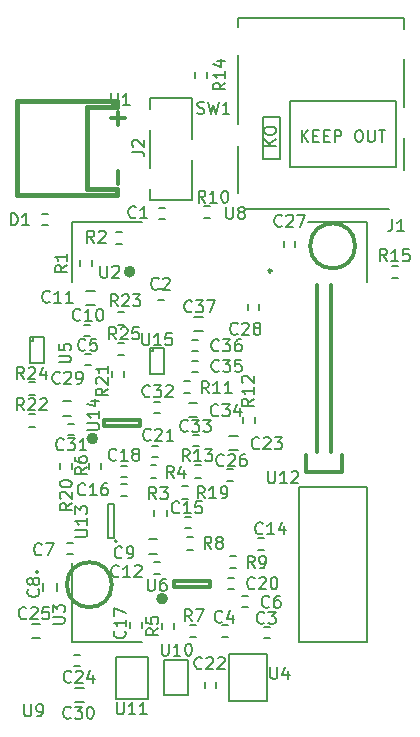
<source format=gbr>
G04 #@! TF.FileFunction,Legend,Top*
%FSLAX46Y46*%
G04 Gerber Fmt 4.6, Leading zero omitted, Abs format (unit mm)*
G04 Created by KiCad (PCBNEW 0.201602161416+6560~42~ubuntu15.10.1-product) date Wed 17 Feb 2016 02:58:19 PM EST*
%MOMM*%
G01*
G04 APERTURE LIST*
%ADD10C,0.100000*%
%ADD11C,0.200000*%
%ADD12C,0.254000*%
%ADD13C,0.150000*%
%ADD14C,0.500000*%
%ADD15C,0.307000*%
%ADD16C,0.127000*%
%ADD17C,0.381000*%
%ADD18C,0.300000*%
%ADD19C,0.304800*%
G04 APERTURE END LIST*
D10*
D11*
X127076200Y-135890000D02*
G75*
G03X127076200Y-135890000I-127000J0D01*
G01*
D12*
X146812000Y-110363000D02*
G75*
G03X146812000Y-110363000I-127000J0D01*
G01*
D13*
X131466400Y-114942600D02*
X130966400Y-114942600D01*
X130966400Y-115892600D02*
X131466400Y-115892600D01*
X144776000Y-137904200D02*
X144276000Y-137904200D01*
X144276000Y-138854200D02*
X144776000Y-138854200D01*
X146181000Y-141445000D02*
X146681000Y-141445000D01*
X146681000Y-140495000D02*
X146181000Y-140495000D01*
X137274400Y-105986600D02*
X137774400Y-105986600D01*
X137774400Y-105036600D02*
X137274400Y-105036600D01*
X137164000Y-112870000D02*
X137664000Y-112870000D01*
X137664000Y-111920000D02*
X137164000Y-111920000D01*
X143150400Y-140393400D02*
X142650400Y-140393400D01*
X142650400Y-141343400D02*
X143150400Y-141343400D01*
X131517200Y-117431800D02*
X131017200Y-117431800D01*
X131017200Y-118381800D02*
X131517200Y-118381800D01*
X129493200Y-134333000D02*
X129993200Y-134333000D01*
X129993200Y-133383000D02*
X129493200Y-133383000D01*
X137142400Y-134305600D02*
X136442400Y-134305600D01*
X136442400Y-133105600D02*
X137142400Y-133105600D01*
X131120400Y-112074400D02*
X131820400Y-112074400D01*
X131820400Y-113274400D02*
X131120400Y-113274400D01*
X136859200Y-136009400D02*
X137359200Y-136009400D01*
X137359200Y-135059400D02*
X136859200Y-135059400D01*
X146147600Y-133027400D02*
X145647600Y-133027400D01*
X145647600Y-133977400D02*
X146147600Y-133977400D01*
X139450000Y-132148600D02*
X139950000Y-132148600D01*
X139950000Y-131198600D02*
X139450000Y-131198600D01*
X134574000Y-128455400D02*
X134074000Y-128455400D01*
X134074000Y-129405400D02*
X134574000Y-129405400D01*
X135806200Y-140610400D02*
X135806200Y-140110400D01*
X134856200Y-140110400D02*
X134856200Y-140610400D01*
X134565200Y-126880600D02*
X134065200Y-126880600D01*
X134065200Y-127830600D02*
X134565200Y-127830600D01*
X143658400Y-136380200D02*
X143158400Y-136380200D01*
X143158400Y-137330200D02*
X143658400Y-137330200D01*
X137206800Y-125204200D02*
X136706800Y-125204200D01*
X136706800Y-126154200D02*
X137206800Y-126154200D01*
X142080000Y-145665000D02*
X142080000Y-145165000D01*
X141130000Y-145165000D02*
X141130000Y-145665000D01*
X143922800Y-125517200D02*
X143222800Y-125517200D01*
X143222800Y-124317200D02*
X143922800Y-124317200D01*
X130052000Y-143858000D02*
X130552000Y-143858000D01*
X130552000Y-142908000D02*
X130052000Y-142908000D01*
X127223000Y-141443000D02*
X126523000Y-141443000D01*
X126523000Y-140243000D02*
X127223000Y-140243000D01*
X143056800Y-128135400D02*
X143556800Y-128135400D01*
X143556800Y-127185400D02*
X143056800Y-127185400D01*
X130206000Y-145704000D02*
X130906000Y-145704000D01*
X130906000Y-146904000D02*
X130206000Y-146904000D01*
X127885000Y-105570000D02*
X127385000Y-105570000D01*
X127385000Y-106520000D02*
X127885000Y-106520000D01*
X130589800Y-109478000D02*
X130589800Y-109978000D01*
X131639800Y-109978000D02*
X131639800Y-109478000D01*
X133608000Y-108094000D02*
X134108000Y-108094000D01*
X134108000Y-107044000D02*
X133608000Y-107044000D01*
X136889000Y-130610800D02*
X136889000Y-131110800D01*
X137939000Y-131110800D02*
X137939000Y-130610800D01*
X137061600Y-126830600D02*
X136561600Y-126830600D01*
X136561600Y-127880600D02*
X137061600Y-127880600D01*
X137498600Y-140212000D02*
X137498600Y-140712000D01*
X138548600Y-140712000D02*
X138548600Y-140212000D01*
X131351800Y-126648400D02*
X131351800Y-127148400D01*
X132401800Y-127148400D02*
X132401800Y-126648400D01*
X139907200Y-141393400D02*
X140407200Y-141393400D01*
X140407200Y-140343400D02*
X139907200Y-140343400D01*
X140153200Y-132926600D02*
X139653200Y-132926600D01*
X139653200Y-133976600D02*
X140153200Y-133976600D01*
X143760000Y-134501400D02*
X143260000Y-134501400D01*
X143260000Y-135551400D02*
X143760000Y-135551400D01*
X139392000Y-120717800D02*
X139892000Y-120717800D01*
X139892000Y-119667800D02*
X139392000Y-119667800D01*
X140313600Y-127880600D02*
X140813600Y-127880600D01*
X140813600Y-126830600D02*
X140313600Y-126830600D01*
D14*
X135037600Y-110439200D02*
G75*
G03X135037600Y-110439200I-250000J0D01*
G01*
D15*
X138552400Y-137108400D02*
X138552400Y-136600400D01*
X141600400Y-137108400D02*
X138552400Y-137108400D01*
X141600400Y-136600400D02*
X141600400Y-137108400D01*
X138552400Y-136600400D02*
X141600400Y-136600400D01*
D14*
X137786400Y-138124400D02*
G75*
G03X137786400Y-138124400I-250000J0D01*
G01*
D13*
X145432000Y-123211400D02*
X145432000Y-122711400D01*
X144382000Y-122711400D02*
X144382000Y-123211400D01*
D16*
X136503000Y-96676000D02*
X136503000Y-95776000D01*
X136503000Y-101676000D02*
X136503000Y-98476000D01*
X140103000Y-95776000D02*
X136503000Y-95776000D01*
X140103000Y-99176000D02*
X140103000Y-95776000D01*
X140103000Y-104376000D02*
X140103000Y-100976000D01*
X136503000Y-104376000D02*
X140103000Y-104376000D01*
X136503000Y-104376000D02*
X136503000Y-103476000D01*
D17*
X125211840Y-95966280D02*
X125211840Y-103967280D01*
X125211840Y-103967280D02*
X133710680Y-103967280D01*
X133710680Y-103967280D02*
X133710680Y-103466900D01*
X133710680Y-103466900D02*
X131211320Y-103466900D01*
X131211320Y-103466900D02*
X131211320Y-96466660D01*
X131211320Y-96466660D02*
X133710680Y-96466660D01*
X133710680Y-96466660D02*
X133710680Y-95966280D01*
X133710680Y-95966280D02*
X125211840Y-95966280D01*
D16*
X147513000Y-97368000D02*
X146113000Y-97368000D01*
X146113000Y-97368000D02*
X146113000Y-100868000D01*
X147513000Y-97368000D02*
X147513000Y-100868000D01*
X157373000Y-101538000D02*
X157373000Y-96008000D01*
X157373000Y-101538000D02*
X148373000Y-101538000D01*
X148373000Y-96008000D02*
X148373000Y-101538000D01*
X157373000Y-96008000D02*
X148373000Y-96008000D01*
X156723000Y-105168000D02*
X144623000Y-105168000D01*
X143963000Y-103818000D02*
X143963000Y-99818000D01*
X143963000Y-97918000D02*
X143963000Y-92118000D01*
X143963000Y-89718000D02*
X143963000Y-88968000D01*
X157998000Y-88968000D02*
X143963000Y-88968000D01*
X157998000Y-89918000D02*
X157998000Y-88968000D01*
X157998000Y-101818000D02*
X157998000Y-99118000D01*
X157998000Y-96458000D02*
X157998000Y-92468000D01*
X147513000Y-100868000D02*
X146113000Y-100868000D01*
D13*
X141601000Y-104885000D02*
X141101000Y-104885000D01*
X141101000Y-105935000D02*
X141601000Y-105935000D01*
X140318000Y-93545000D02*
X140318000Y-94045000D01*
X141368000Y-94045000D02*
X141368000Y-93545000D01*
X157476000Y-109965000D02*
X156976000Y-109965000D01*
X156976000Y-111015000D02*
X157476000Y-111015000D01*
X139246800Y-129658600D02*
X139746800Y-129658600D01*
X139746800Y-128608600D02*
X139246800Y-128608600D01*
X147861000Y-107827000D02*
X147861000Y-108327000D01*
X148811000Y-108327000D02*
X148811000Y-107827000D01*
X145763000Y-113661000D02*
X145763000Y-113161000D01*
X144813000Y-113161000D02*
X144813000Y-113661000D01*
X129839200Y-122621600D02*
X129139200Y-122621600D01*
X129139200Y-121421600D02*
X129839200Y-121421600D01*
X129544000Y-124274600D02*
X130044000Y-124274600D01*
X130044000Y-123324600D02*
X129544000Y-123324600D01*
X137359200Y-121495800D02*
X136859200Y-121495800D01*
X136859200Y-122445800D02*
X137359200Y-122445800D01*
X140161200Y-125239800D02*
X140661200Y-125239800D01*
X140661200Y-124289800D02*
X140161200Y-124289800D01*
X139807200Y-121523200D02*
X140507200Y-121523200D01*
X140507200Y-122723200D02*
X139807200Y-122723200D01*
X140610400Y-117990600D02*
X140110400Y-117990600D01*
X140110400Y-118940600D02*
X140610400Y-118940600D01*
X140610400Y-116212600D02*
X140110400Y-116212600D01*
X140110400Y-117162600D02*
X140610400Y-117162600D01*
X140264400Y-114258800D02*
X140964400Y-114258800D01*
X140964400Y-115458800D02*
X140264400Y-115458800D01*
X129912600Y-127148400D02*
X129912600Y-126648400D01*
X128862600Y-126648400D02*
X128862600Y-127148400D01*
X134332200Y-119318000D02*
X134332200Y-118818000D01*
X133282200Y-118818000D02*
X133282200Y-119318000D01*
X126742000Y-122512600D02*
X126242000Y-122512600D01*
X126242000Y-123562600D02*
X126742000Y-123562600D01*
X133811200Y-114926600D02*
X134311200Y-114926600D01*
X134311200Y-113876600D02*
X133811200Y-113876600D01*
X126242000Y-120870200D02*
X126742000Y-120870200D01*
X126742000Y-119820200D02*
X126242000Y-119820200D01*
X134311200Y-116467400D02*
X133811200Y-116467400D01*
X133811200Y-117517400D02*
X134311200Y-117517400D01*
D15*
X132649200Y-123544800D02*
X132649200Y-123036800D01*
X135697200Y-123544800D02*
X132649200Y-123544800D01*
X135697200Y-123036800D02*
X135697200Y-123544800D01*
X132649200Y-123036800D02*
X135697200Y-123036800D01*
D14*
X131883200Y-124560800D02*
G75*
G03X131883200Y-124560800I-250000J0D01*
G01*
D13*
X128616000Y-136759200D02*
X128616000Y-137459200D01*
X127416000Y-137459200D02*
X127416000Y-136759200D01*
X133697600Y-133272000D02*
G75*
G03X133697600Y-133272000I-100000J0D01*
G01*
X132947600Y-133022000D02*
X133447600Y-133022000D01*
X132947600Y-130122000D02*
X132947600Y-133022000D01*
X133447600Y-130122000D02*
X132947600Y-130122000D01*
X133447600Y-133022000D02*
X133447600Y-130122000D01*
D11*
X146380000Y-142806000D02*
X143180000Y-142806000D01*
X146380000Y-146766000D02*
X146380000Y-142806000D01*
X146380000Y-146766000D02*
X143180000Y-146766000D01*
X143180000Y-142806000D02*
X143180000Y-146766000D01*
X139709000Y-143313000D02*
X139709000Y-146263000D01*
X137659000Y-146263000D02*
X139709000Y-146263000D01*
X137659000Y-143313000D02*
X137659000Y-146263000D01*
X139709000Y-143313000D02*
X137659000Y-143313000D01*
X129906000Y-141773000D02*
X135846000Y-141773000D01*
X154906000Y-106273000D02*
X154906000Y-111273000D01*
X149906000Y-106273000D02*
X154906000Y-106273000D01*
X129906000Y-135113000D02*
X129906000Y-141773000D01*
D18*
X151851800Y-125693000D02*
X151851800Y-111543000D01*
D15*
X149701000Y-127443000D02*
X152781000Y-127443000D01*
X152781000Y-127443000D02*
X152781000Y-125943000D01*
X149701000Y-125943000D02*
X149701000Y-127443000D01*
D11*
X149126000Y-128663000D02*
X149126000Y-141773000D01*
X149126000Y-128663000D02*
X154906000Y-128663000D01*
D15*
X133281000Y-136943000D02*
G75*
G03X133281000Y-136943000I-1905000J0D01*
G01*
D11*
X129906000Y-106273000D02*
X129906000Y-111273000D01*
X129906000Y-106273000D02*
X135846000Y-106273000D01*
X154906000Y-141773000D02*
X154906000Y-128663000D01*
X149126000Y-141773000D02*
X154906000Y-141773000D01*
D15*
X153881000Y-108253000D02*
G75*
G03X153881000Y-108253000I-1905000J0D01*
G01*
D18*
X150630200Y-125693000D02*
X150630200Y-111543000D01*
D11*
X133626000Y-143092000D02*
X133626000Y-146642000D01*
X136326000Y-143092000D02*
X133626000Y-143092000D01*
X136326000Y-146642000D02*
X136326000Y-143092000D01*
X133626000Y-146642000D02*
X136326000Y-146642000D01*
D13*
X126649200Y-115994000D02*
X126649200Y-116294000D01*
X126649200Y-116294000D02*
X126349200Y-116294000D01*
X127549200Y-118194000D02*
X127549200Y-115994000D01*
X127549200Y-115994000D02*
X126349200Y-115994000D01*
X126349200Y-115994000D02*
X126349200Y-118194000D01*
X126349200Y-118194000D02*
X127549200Y-118194000D01*
X136809200Y-116883000D02*
X136809200Y-117183000D01*
X136809200Y-117183000D02*
X136509200Y-117183000D01*
X137709200Y-119083000D02*
X137709200Y-116883000D01*
X137709200Y-116883000D02*
X136509200Y-116883000D01*
X136509200Y-116883000D02*
X136509200Y-119083000D01*
X136509200Y-119083000D02*
X137709200Y-119083000D01*
D16*
X130614057Y-114510457D02*
X130565676Y-114558838D01*
X130420533Y-114607219D01*
X130323771Y-114607219D01*
X130178629Y-114558838D01*
X130081867Y-114462076D01*
X130033486Y-114365314D01*
X129985105Y-114171790D01*
X129985105Y-114026648D01*
X130033486Y-113833124D01*
X130081867Y-113736362D01*
X130178629Y-113639600D01*
X130323771Y-113591219D01*
X130420533Y-113591219D01*
X130565676Y-113639600D01*
X130614057Y-113687981D01*
X131581676Y-114607219D02*
X131001105Y-114607219D01*
X131291391Y-114607219D02*
X131291391Y-113591219D01*
X131194629Y-113736362D01*
X131097867Y-113833124D01*
X131001105Y-113881505D01*
X132210629Y-113591219D02*
X132307390Y-113591219D01*
X132404152Y-113639600D01*
X132452533Y-113687981D01*
X132500914Y-113784743D01*
X132549295Y-113978267D01*
X132549295Y-114220171D01*
X132500914Y-114413695D01*
X132452533Y-114510457D01*
X132404152Y-114558838D01*
X132307390Y-114607219D01*
X132210629Y-114607219D01*
X132113867Y-114558838D01*
X132065486Y-114510457D01*
X132017105Y-114413695D01*
X131968724Y-114220171D01*
X131968724Y-113978267D01*
X132017105Y-113784743D01*
X132065486Y-113687981D01*
X132113867Y-113639600D01*
X132210629Y-113591219D01*
X146617267Y-138792857D02*
X146568886Y-138841238D01*
X146423743Y-138889619D01*
X146326981Y-138889619D01*
X146181839Y-138841238D01*
X146085077Y-138744476D01*
X146036696Y-138647714D01*
X145988315Y-138454190D01*
X145988315Y-138309048D01*
X146036696Y-138115524D01*
X146085077Y-138018762D01*
X146181839Y-137922000D01*
X146326981Y-137873619D01*
X146423743Y-137873619D01*
X146568886Y-137922000D01*
X146617267Y-137970381D01*
X147488124Y-137873619D02*
X147294601Y-137873619D01*
X147197839Y-137922000D01*
X147149458Y-137970381D01*
X147052696Y-138115524D01*
X147004315Y-138309048D01*
X147004315Y-138696095D01*
X147052696Y-138792857D01*
X147101077Y-138841238D01*
X147197839Y-138889619D01*
X147391362Y-138889619D01*
X147488124Y-138841238D01*
X147536505Y-138792857D01*
X147584886Y-138696095D01*
X147584886Y-138454190D01*
X147536505Y-138357429D01*
X147488124Y-138309048D01*
X147391362Y-138260667D01*
X147197839Y-138260667D01*
X147101077Y-138309048D01*
X147052696Y-138357429D01*
X147004315Y-138454190D01*
X146185467Y-140164457D02*
X146137086Y-140212838D01*
X145991943Y-140261219D01*
X145895181Y-140261219D01*
X145750039Y-140212838D01*
X145653277Y-140116076D01*
X145604896Y-140019314D01*
X145556515Y-139825790D01*
X145556515Y-139680648D01*
X145604896Y-139487124D01*
X145653277Y-139390362D01*
X145750039Y-139293600D01*
X145895181Y-139245219D01*
X145991943Y-139245219D01*
X146137086Y-139293600D01*
X146185467Y-139341981D01*
X146524134Y-139245219D02*
X147153086Y-139245219D01*
X146814420Y-139632267D01*
X146959562Y-139632267D01*
X147056324Y-139680648D01*
X147104705Y-139729029D01*
X147153086Y-139825790D01*
X147153086Y-140067695D01*
X147104705Y-140164457D01*
X147056324Y-140212838D01*
X146959562Y-140261219D01*
X146669277Y-140261219D01*
X146572515Y-140212838D01*
X146524134Y-140164457D01*
X135314267Y-105823657D02*
X135265886Y-105872038D01*
X135120743Y-105920419D01*
X135023981Y-105920419D01*
X134878839Y-105872038D01*
X134782077Y-105775276D01*
X134733696Y-105678514D01*
X134685315Y-105484990D01*
X134685315Y-105339848D01*
X134733696Y-105146324D01*
X134782077Y-105049562D01*
X134878839Y-104952800D01*
X135023981Y-104904419D01*
X135120743Y-104904419D01*
X135265886Y-104952800D01*
X135314267Y-105001181D01*
X136281886Y-105920419D02*
X135701315Y-105920419D01*
X135991601Y-105920419D02*
X135991601Y-104904419D01*
X135894839Y-105049562D01*
X135798077Y-105146324D01*
X135701315Y-105194705D01*
X137244667Y-111868857D02*
X137196286Y-111917238D01*
X137051143Y-111965619D01*
X136954381Y-111965619D01*
X136809239Y-111917238D01*
X136712477Y-111820476D01*
X136664096Y-111723714D01*
X136615715Y-111530190D01*
X136615715Y-111385048D01*
X136664096Y-111191524D01*
X136712477Y-111094762D01*
X136809239Y-110998000D01*
X136954381Y-110949619D01*
X137051143Y-110949619D01*
X137196286Y-110998000D01*
X137244667Y-111046381D01*
X137631715Y-111046381D02*
X137680096Y-110998000D01*
X137776858Y-110949619D01*
X138018762Y-110949619D01*
X138115524Y-110998000D01*
X138163905Y-111046381D01*
X138212286Y-111143143D01*
X138212286Y-111239905D01*
X138163905Y-111385048D01*
X137583334Y-111965619D01*
X138212286Y-111965619D01*
X142629467Y-140062857D02*
X142581086Y-140111238D01*
X142435943Y-140159619D01*
X142339181Y-140159619D01*
X142194039Y-140111238D01*
X142097277Y-140014476D01*
X142048896Y-139917714D01*
X142000515Y-139724190D01*
X142000515Y-139579048D01*
X142048896Y-139385524D01*
X142097277Y-139288762D01*
X142194039Y-139192000D01*
X142339181Y-139143619D01*
X142435943Y-139143619D01*
X142581086Y-139192000D01*
X142629467Y-139240381D01*
X143500324Y-139482286D02*
X143500324Y-140159619D01*
X143258420Y-139095238D02*
X143016515Y-139820952D01*
X143645467Y-139820952D01*
X131047067Y-117050457D02*
X130998686Y-117098838D01*
X130853543Y-117147219D01*
X130756781Y-117147219D01*
X130611639Y-117098838D01*
X130514877Y-117002076D01*
X130466496Y-116905314D01*
X130418115Y-116711790D01*
X130418115Y-116566648D01*
X130466496Y-116373124D01*
X130514877Y-116276362D01*
X130611639Y-116179600D01*
X130756781Y-116131219D01*
X130853543Y-116131219D01*
X130998686Y-116179600D01*
X131047067Y-116227981D01*
X131966305Y-116131219D02*
X131482496Y-116131219D01*
X131434115Y-116615029D01*
X131482496Y-116566648D01*
X131579258Y-116518267D01*
X131821162Y-116518267D01*
X131917924Y-116566648D01*
X131966305Y-116615029D01*
X132014686Y-116711790D01*
X132014686Y-116953695D01*
X131966305Y-117050457D01*
X131917924Y-117098838D01*
X131821162Y-117147219D01*
X131579258Y-117147219D01*
X131482496Y-117098838D01*
X131434115Y-117050457D01*
X127338667Y-134373257D02*
X127290286Y-134421638D01*
X127145143Y-134470019D01*
X127048381Y-134470019D01*
X126903239Y-134421638D01*
X126806477Y-134324876D01*
X126758096Y-134228114D01*
X126709715Y-134034590D01*
X126709715Y-133889448D01*
X126758096Y-133695924D01*
X126806477Y-133599162D01*
X126903239Y-133502400D01*
X127048381Y-133454019D01*
X127145143Y-133454019D01*
X127290286Y-133502400D01*
X127338667Y-133550781D01*
X127677334Y-133454019D02*
X128354667Y-133454019D01*
X127919239Y-134470019D01*
X134145867Y-134627257D02*
X134097486Y-134675638D01*
X133952343Y-134724019D01*
X133855581Y-134724019D01*
X133710439Y-134675638D01*
X133613677Y-134578876D01*
X133565296Y-134482114D01*
X133516915Y-134288590D01*
X133516915Y-134143448D01*
X133565296Y-133949924D01*
X133613677Y-133853162D01*
X133710439Y-133756400D01*
X133855581Y-133708019D01*
X133952343Y-133708019D01*
X134097486Y-133756400D01*
X134145867Y-133804781D01*
X134629677Y-134724019D02*
X134823201Y-134724019D01*
X134919962Y-134675638D01*
X134968343Y-134627257D01*
X135065105Y-134482114D01*
X135113486Y-134288590D01*
X135113486Y-133901543D01*
X135065105Y-133804781D01*
X135016724Y-133756400D01*
X134919962Y-133708019D01*
X134726439Y-133708019D01*
X134629677Y-133756400D01*
X134581296Y-133804781D01*
X134532915Y-133901543D01*
X134532915Y-134143448D01*
X134581296Y-134240210D01*
X134629677Y-134288590D01*
X134726439Y-134336971D01*
X134919962Y-134336971D01*
X135016724Y-134288590D01*
X135065105Y-134240210D01*
X135113486Y-134143448D01*
X128023257Y-112986457D02*
X127974876Y-113034838D01*
X127829733Y-113083219D01*
X127732971Y-113083219D01*
X127587829Y-113034838D01*
X127491067Y-112938076D01*
X127442686Y-112841314D01*
X127394305Y-112647790D01*
X127394305Y-112502648D01*
X127442686Y-112309124D01*
X127491067Y-112212362D01*
X127587829Y-112115600D01*
X127732971Y-112067219D01*
X127829733Y-112067219D01*
X127974876Y-112115600D01*
X128023257Y-112163981D01*
X128990876Y-113083219D02*
X128410305Y-113083219D01*
X128700591Y-113083219D02*
X128700591Y-112067219D01*
X128603829Y-112212362D01*
X128507067Y-112309124D01*
X128410305Y-112357505D01*
X129958495Y-113083219D02*
X129377924Y-113083219D01*
X129668210Y-113083219D02*
X129668210Y-112067219D01*
X129571448Y-112212362D01*
X129474686Y-112309124D01*
X129377924Y-112357505D01*
X133865257Y-136202057D02*
X133816876Y-136250438D01*
X133671733Y-136298819D01*
X133574971Y-136298819D01*
X133429829Y-136250438D01*
X133333067Y-136153676D01*
X133284686Y-136056914D01*
X133236305Y-135863390D01*
X133236305Y-135718248D01*
X133284686Y-135524724D01*
X133333067Y-135427962D01*
X133429829Y-135331200D01*
X133574971Y-135282819D01*
X133671733Y-135282819D01*
X133816876Y-135331200D01*
X133865257Y-135379581D01*
X134832876Y-136298819D02*
X134252305Y-136298819D01*
X134542591Y-136298819D02*
X134542591Y-135282819D01*
X134445829Y-135427962D01*
X134349067Y-135524724D01*
X134252305Y-135573105D01*
X135219924Y-135379581D02*
X135268305Y-135331200D01*
X135365067Y-135282819D01*
X135606971Y-135282819D01*
X135703733Y-135331200D01*
X135752114Y-135379581D01*
X135800495Y-135476343D01*
X135800495Y-135573105D01*
X135752114Y-135718248D01*
X135171543Y-136298819D01*
X135800495Y-136298819D01*
X146057257Y-132595257D02*
X146008876Y-132643638D01*
X145863733Y-132692019D01*
X145766971Y-132692019D01*
X145621829Y-132643638D01*
X145525067Y-132546876D01*
X145476686Y-132450114D01*
X145428305Y-132256590D01*
X145428305Y-132111448D01*
X145476686Y-131917924D01*
X145525067Y-131821162D01*
X145621829Y-131724400D01*
X145766971Y-131676019D01*
X145863733Y-131676019D01*
X146008876Y-131724400D01*
X146057257Y-131772781D01*
X147024876Y-132692019D02*
X146444305Y-132692019D01*
X146734591Y-132692019D02*
X146734591Y-131676019D01*
X146637829Y-131821162D01*
X146541067Y-131917924D01*
X146444305Y-131966305D01*
X147895733Y-132014686D02*
X147895733Y-132692019D01*
X147653829Y-131627638D02*
X147411924Y-132353352D01*
X148040876Y-132353352D01*
X138996057Y-130817257D02*
X138947676Y-130865638D01*
X138802533Y-130914019D01*
X138705771Y-130914019D01*
X138560629Y-130865638D01*
X138463867Y-130768876D01*
X138415486Y-130672114D01*
X138367105Y-130478590D01*
X138367105Y-130333448D01*
X138415486Y-130139924D01*
X138463867Y-130043162D01*
X138560629Y-129946400D01*
X138705771Y-129898019D01*
X138802533Y-129898019D01*
X138947676Y-129946400D01*
X138996057Y-129994781D01*
X139963676Y-130914019D02*
X139383105Y-130914019D01*
X139673391Y-130914019D02*
X139673391Y-129898019D01*
X139576629Y-130043162D01*
X139479867Y-130139924D01*
X139383105Y-130188305D01*
X140882914Y-129898019D02*
X140399105Y-129898019D01*
X140350724Y-130381829D01*
X140399105Y-130333448D01*
X140495867Y-130285067D01*
X140737771Y-130285067D01*
X140834533Y-130333448D01*
X140882914Y-130381829D01*
X140931295Y-130478590D01*
X140931295Y-130720495D01*
X140882914Y-130817257D01*
X140834533Y-130865638D01*
X140737771Y-130914019D01*
X140495867Y-130914019D01*
X140399105Y-130865638D01*
X140350724Y-130817257D01*
X131020457Y-129293257D02*
X130972076Y-129341638D01*
X130826933Y-129390019D01*
X130730171Y-129390019D01*
X130585029Y-129341638D01*
X130488267Y-129244876D01*
X130439886Y-129148114D01*
X130391505Y-128954590D01*
X130391505Y-128809448D01*
X130439886Y-128615924D01*
X130488267Y-128519162D01*
X130585029Y-128422400D01*
X130730171Y-128374019D01*
X130826933Y-128374019D01*
X130972076Y-128422400D01*
X131020457Y-128470781D01*
X131988076Y-129390019D02*
X131407505Y-129390019D01*
X131697791Y-129390019D02*
X131697791Y-128374019D01*
X131601029Y-128519162D01*
X131504267Y-128615924D01*
X131407505Y-128664305D01*
X132858933Y-128374019D02*
X132665410Y-128374019D01*
X132568648Y-128422400D01*
X132520267Y-128470781D01*
X132423505Y-128615924D01*
X132375124Y-128809448D01*
X132375124Y-129196495D01*
X132423505Y-129293257D01*
X132471886Y-129341638D01*
X132568648Y-129390019D01*
X132762171Y-129390019D01*
X132858933Y-129341638D01*
X132907314Y-129293257D01*
X132955695Y-129196495D01*
X132955695Y-128954590D01*
X132907314Y-128857829D01*
X132858933Y-128809448D01*
X132762171Y-128761067D01*
X132568648Y-128761067D01*
X132471886Y-128809448D01*
X132423505Y-128857829D01*
X132375124Y-128954590D01*
X134373257Y-140861143D02*
X134421638Y-140909524D01*
X134470019Y-141054667D01*
X134470019Y-141151429D01*
X134421638Y-141296571D01*
X134324876Y-141393333D01*
X134228114Y-141441714D01*
X134034590Y-141490095D01*
X133889448Y-141490095D01*
X133695924Y-141441714D01*
X133599162Y-141393333D01*
X133502400Y-141296571D01*
X133454019Y-141151429D01*
X133454019Y-141054667D01*
X133502400Y-140909524D01*
X133550781Y-140861143D01*
X134470019Y-139893524D02*
X134470019Y-140474095D01*
X134470019Y-140183809D02*
X133454019Y-140183809D01*
X133599162Y-140280571D01*
X133695924Y-140377333D01*
X133744305Y-140474095D01*
X133454019Y-139554857D02*
X133454019Y-138877524D01*
X134470019Y-139312952D01*
X133662057Y-126346857D02*
X133613676Y-126395238D01*
X133468533Y-126443619D01*
X133371771Y-126443619D01*
X133226629Y-126395238D01*
X133129867Y-126298476D01*
X133081486Y-126201714D01*
X133033105Y-126008190D01*
X133033105Y-125863048D01*
X133081486Y-125669524D01*
X133129867Y-125572762D01*
X133226629Y-125476000D01*
X133371771Y-125427619D01*
X133468533Y-125427619D01*
X133613676Y-125476000D01*
X133662057Y-125524381D01*
X134629676Y-126443619D02*
X134049105Y-126443619D01*
X134339391Y-126443619D02*
X134339391Y-125427619D01*
X134242629Y-125572762D01*
X134145867Y-125669524D01*
X134049105Y-125717905D01*
X135210248Y-125863048D02*
X135113486Y-125814667D01*
X135065105Y-125766286D01*
X135016724Y-125669524D01*
X135016724Y-125621143D01*
X135065105Y-125524381D01*
X135113486Y-125476000D01*
X135210248Y-125427619D01*
X135403771Y-125427619D01*
X135500533Y-125476000D01*
X135548914Y-125524381D01*
X135597295Y-125621143D01*
X135597295Y-125669524D01*
X135548914Y-125766286D01*
X135500533Y-125814667D01*
X135403771Y-125863048D01*
X135210248Y-125863048D01*
X135113486Y-125911429D01*
X135065105Y-125959810D01*
X135016724Y-126056571D01*
X135016724Y-126250095D01*
X135065105Y-126346857D01*
X135113486Y-126395238D01*
X135210248Y-126443619D01*
X135403771Y-126443619D01*
X135500533Y-126395238D01*
X135548914Y-126346857D01*
X135597295Y-126250095D01*
X135597295Y-126056571D01*
X135548914Y-125959810D01*
X135500533Y-125911429D01*
X135403771Y-125863048D01*
X145371457Y-137218057D02*
X145323076Y-137266438D01*
X145177933Y-137314819D01*
X145081171Y-137314819D01*
X144936029Y-137266438D01*
X144839267Y-137169676D01*
X144790886Y-137072914D01*
X144742505Y-136879390D01*
X144742505Y-136734248D01*
X144790886Y-136540724D01*
X144839267Y-136443962D01*
X144936029Y-136347200D01*
X145081171Y-136298819D01*
X145177933Y-136298819D01*
X145323076Y-136347200D01*
X145371457Y-136395581D01*
X145758505Y-136395581D02*
X145806886Y-136347200D01*
X145903648Y-136298819D01*
X146145552Y-136298819D01*
X146242314Y-136347200D01*
X146290695Y-136395581D01*
X146339076Y-136492343D01*
X146339076Y-136589105D01*
X146290695Y-136734248D01*
X145710124Y-137314819D01*
X146339076Y-137314819D01*
X146968029Y-136298819D02*
X147064790Y-136298819D01*
X147161552Y-136347200D01*
X147209933Y-136395581D01*
X147258314Y-136492343D01*
X147306695Y-136685867D01*
X147306695Y-136927771D01*
X147258314Y-137121295D01*
X147209933Y-137218057D01*
X147161552Y-137266438D01*
X147064790Y-137314819D01*
X146968029Y-137314819D01*
X146871267Y-137266438D01*
X146822886Y-137218057D01*
X146774505Y-137121295D01*
X146726124Y-136927771D01*
X146726124Y-136685867D01*
X146774505Y-136492343D01*
X146822886Y-136395581D01*
X146871267Y-136347200D01*
X146968029Y-136298819D01*
X136557657Y-124670457D02*
X136509276Y-124718838D01*
X136364133Y-124767219D01*
X136267371Y-124767219D01*
X136122229Y-124718838D01*
X136025467Y-124622076D01*
X135977086Y-124525314D01*
X135928705Y-124331790D01*
X135928705Y-124186648D01*
X135977086Y-123993124D01*
X136025467Y-123896362D01*
X136122229Y-123799600D01*
X136267371Y-123751219D01*
X136364133Y-123751219D01*
X136509276Y-123799600D01*
X136557657Y-123847981D01*
X136944705Y-123847981D02*
X136993086Y-123799600D01*
X137089848Y-123751219D01*
X137331752Y-123751219D01*
X137428514Y-123799600D01*
X137476895Y-123847981D01*
X137525276Y-123944743D01*
X137525276Y-124041505D01*
X137476895Y-124186648D01*
X136896324Y-124767219D01*
X137525276Y-124767219D01*
X138492895Y-124767219D02*
X137912324Y-124767219D01*
X138202610Y-124767219D02*
X138202610Y-123751219D01*
X138105848Y-123896362D01*
X138009086Y-123993124D01*
X137912324Y-124041505D01*
X140901057Y-143999857D02*
X140852676Y-144048238D01*
X140707533Y-144096619D01*
X140610771Y-144096619D01*
X140465629Y-144048238D01*
X140368867Y-143951476D01*
X140320486Y-143854714D01*
X140272105Y-143661190D01*
X140272105Y-143516048D01*
X140320486Y-143322524D01*
X140368867Y-143225762D01*
X140465629Y-143129000D01*
X140610771Y-143080619D01*
X140707533Y-143080619D01*
X140852676Y-143129000D01*
X140901057Y-143177381D01*
X141288105Y-143177381D02*
X141336486Y-143129000D01*
X141433248Y-143080619D01*
X141675152Y-143080619D01*
X141771914Y-143129000D01*
X141820295Y-143177381D01*
X141868676Y-143274143D01*
X141868676Y-143370905D01*
X141820295Y-143516048D01*
X141239724Y-144096619D01*
X141868676Y-144096619D01*
X142255724Y-143177381D02*
X142304105Y-143129000D01*
X142400867Y-143080619D01*
X142642771Y-143080619D01*
X142739533Y-143129000D01*
X142787914Y-143177381D01*
X142836295Y-143274143D01*
X142836295Y-143370905D01*
X142787914Y-143516048D01*
X142207343Y-144096619D01*
X142836295Y-144096619D01*
X145752457Y-125381657D02*
X145704076Y-125430038D01*
X145558933Y-125478419D01*
X145462171Y-125478419D01*
X145317029Y-125430038D01*
X145220267Y-125333276D01*
X145171886Y-125236514D01*
X145123505Y-125042990D01*
X145123505Y-124897848D01*
X145171886Y-124704324D01*
X145220267Y-124607562D01*
X145317029Y-124510800D01*
X145462171Y-124462419D01*
X145558933Y-124462419D01*
X145704076Y-124510800D01*
X145752457Y-124559181D01*
X146139505Y-124559181D02*
X146187886Y-124510800D01*
X146284648Y-124462419D01*
X146526552Y-124462419D01*
X146623314Y-124510800D01*
X146671695Y-124559181D01*
X146720076Y-124655943D01*
X146720076Y-124752705D01*
X146671695Y-124897848D01*
X146091124Y-125478419D01*
X146720076Y-125478419D01*
X147058743Y-124462419D02*
X147687695Y-124462419D01*
X147349029Y-124849467D01*
X147494171Y-124849467D01*
X147590933Y-124897848D01*
X147639314Y-124946229D01*
X147687695Y-125042990D01*
X147687695Y-125284895D01*
X147639314Y-125381657D01*
X147590933Y-125430038D01*
X147494171Y-125478419D01*
X147203886Y-125478419D01*
X147107124Y-125430038D01*
X147058743Y-125381657D01*
X129852057Y-145142857D02*
X129803676Y-145191238D01*
X129658533Y-145239619D01*
X129561771Y-145239619D01*
X129416629Y-145191238D01*
X129319867Y-145094476D01*
X129271486Y-144997714D01*
X129223105Y-144804190D01*
X129223105Y-144659048D01*
X129271486Y-144465524D01*
X129319867Y-144368762D01*
X129416629Y-144272000D01*
X129561771Y-144223619D01*
X129658533Y-144223619D01*
X129803676Y-144272000D01*
X129852057Y-144320381D01*
X130239105Y-144320381D02*
X130287486Y-144272000D01*
X130384248Y-144223619D01*
X130626152Y-144223619D01*
X130722914Y-144272000D01*
X130771295Y-144320381D01*
X130819676Y-144417143D01*
X130819676Y-144513905D01*
X130771295Y-144659048D01*
X130190724Y-145239619D01*
X130819676Y-145239619D01*
X131690533Y-144562286D02*
X131690533Y-145239619D01*
X131448629Y-144175238D02*
X131206724Y-144900952D01*
X131835676Y-144900952D01*
X126042057Y-139758057D02*
X125993676Y-139806438D01*
X125848533Y-139854819D01*
X125751771Y-139854819D01*
X125606629Y-139806438D01*
X125509867Y-139709676D01*
X125461486Y-139612914D01*
X125413105Y-139419390D01*
X125413105Y-139274248D01*
X125461486Y-139080724D01*
X125509867Y-138983962D01*
X125606629Y-138887200D01*
X125751771Y-138838819D01*
X125848533Y-138838819D01*
X125993676Y-138887200D01*
X126042057Y-138935581D01*
X126429105Y-138935581D02*
X126477486Y-138887200D01*
X126574248Y-138838819D01*
X126816152Y-138838819D01*
X126912914Y-138887200D01*
X126961295Y-138935581D01*
X127009676Y-139032343D01*
X127009676Y-139129105D01*
X126961295Y-139274248D01*
X126380724Y-139854819D01*
X127009676Y-139854819D01*
X127928914Y-138838819D02*
X127445105Y-138838819D01*
X127396724Y-139322629D01*
X127445105Y-139274248D01*
X127541867Y-139225867D01*
X127783771Y-139225867D01*
X127880533Y-139274248D01*
X127928914Y-139322629D01*
X127977295Y-139419390D01*
X127977295Y-139661295D01*
X127928914Y-139758057D01*
X127880533Y-139806438D01*
X127783771Y-139854819D01*
X127541867Y-139854819D01*
X127445105Y-139806438D01*
X127396724Y-139758057D01*
X142755257Y-126804057D02*
X142706876Y-126852438D01*
X142561733Y-126900819D01*
X142464971Y-126900819D01*
X142319829Y-126852438D01*
X142223067Y-126755676D01*
X142174686Y-126658914D01*
X142126305Y-126465390D01*
X142126305Y-126320248D01*
X142174686Y-126126724D01*
X142223067Y-126029962D01*
X142319829Y-125933200D01*
X142464971Y-125884819D01*
X142561733Y-125884819D01*
X142706876Y-125933200D01*
X142755257Y-125981581D01*
X143142305Y-125981581D02*
X143190686Y-125933200D01*
X143287448Y-125884819D01*
X143529352Y-125884819D01*
X143626114Y-125933200D01*
X143674495Y-125981581D01*
X143722876Y-126078343D01*
X143722876Y-126175105D01*
X143674495Y-126320248D01*
X143093924Y-126900819D01*
X143722876Y-126900819D01*
X144593733Y-125884819D02*
X144400210Y-125884819D01*
X144303448Y-125933200D01*
X144255067Y-125981581D01*
X144158305Y-126126724D01*
X144109924Y-126320248D01*
X144109924Y-126707295D01*
X144158305Y-126804057D01*
X144206686Y-126852438D01*
X144303448Y-126900819D01*
X144496971Y-126900819D01*
X144593733Y-126852438D01*
X144642114Y-126804057D01*
X144690495Y-126707295D01*
X144690495Y-126465390D01*
X144642114Y-126368629D01*
X144593733Y-126320248D01*
X144496971Y-126271867D01*
X144303448Y-126271867D01*
X144206686Y-126320248D01*
X144158305Y-126368629D01*
X144109924Y-126465390D01*
X129801257Y-148190857D02*
X129752876Y-148239238D01*
X129607733Y-148287619D01*
X129510971Y-148287619D01*
X129365829Y-148239238D01*
X129269067Y-148142476D01*
X129220686Y-148045714D01*
X129172305Y-147852190D01*
X129172305Y-147707048D01*
X129220686Y-147513524D01*
X129269067Y-147416762D01*
X129365829Y-147320000D01*
X129510971Y-147271619D01*
X129607733Y-147271619D01*
X129752876Y-147320000D01*
X129801257Y-147368381D01*
X130139924Y-147271619D02*
X130768876Y-147271619D01*
X130430210Y-147658667D01*
X130575352Y-147658667D01*
X130672114Y-147707048D01*
X130720495Y-147755429D01*
X130768876Y-147852190D01*
X130768876Y-148094095D01*
X130720495Y-148190857D01*
X130672114Y-148239238D01*
X130575352Y-148287619D01*
X130285067Y-148287619D01*
X130188305Y-148239238D01*
X130139924Y-148190857D01*
X131397829Y-147271619D02*
X131494590Y-147271619D01*
X131591352Y-147320000D01*
X131639733Y-147368381D01*
X131688114Y-147465143D01*
X131736495Y-147658667D01*
X131736495Y-147900571D01*
X131688114Y-148094095D01*
X131639733Y-148190857D01*
X131591352Y-148239238D01*
X131494590Y-148287619D01*
X131397829Y-148287619D01*
X131301067Y-148239238D01*
X131252686Y-148190857D01*
X131204305Y-148094095D01*
X131155924Y-147900571D01*
X131155924Y-147658667D01*
X131204305Y-147465143D01*
X131252686Y-147368381D01*
X131301067Y-147320000D01*
X131397829Y-147271619D01*
X124726096Y-106530019D02*
X124726096Y-105514019D01*
X124968001Y-105514019D01*
X125113143Y-105562400D01*
X125209905Y-105659162D01*
X125258286Y-105755924D01*
X125306667Y-105949448D01*
X125306667Y-106094590D01*
X125258286Y-106288114D01*
X125209905Y-106384876D01*
X125113143Y-106481638D01*
X124968001Y-106530019D01*
X124726096Y-106530019D01*
X126274286Y-106530019D02*
X125693715Y-106530019D01*
X125984001Y-106530019D02*
X125984001Y-105514019D01*
X125887239Y-105659162D01*
X125790477Y-105755924D01*
X125693715Y-105804305D01*
X129491619Y-109897333D02*
X129007810Y-110235999D01*
X129491619Y-110477904D02*
X128475619Y-110477904D01*
X128475619Y-110090857D01*
X128524000Y-109994095D01*
X128572381Y-109945714D01*
X128669143Y-109897333D01*
X128814286Y-109897333D01*
X128911048Y-109945714D01*
X128959429Y-109994095D01*
X129007810Y-110090857D01*
X129007810Y-110477904D01*
X129491619Y-108929714D02*
X129491619Y-109510285D01*
X129491619Y-109219999D02*
X128475619Y-109219999D01*
X128620762Y-109316761D01*
X128717524Y-109413523D01*
X128765905Y-109510285D01*
X131783667Y-107977819D02*
X131445001Y-107494010D01*
X131203096Y-107977819D02*
X131203096Y-106961819D01*
X131590143Y-106961819D01*
X131686905Y-107010200D01*
X131735286Y-107058581D01*
X131783667Y-107155343D01*
X131783667Y-107300486D01*
X131735286Y-107397248D01*
X131686905Y-107445629D01*
X131590143Y-107494010D01*
X131203096Y-107494010D01*
X132170715Y-107058581D02*
X132219096Y-107010200D01*
X132315858Y-106961819D01*
X132557762Y-106961819D01*
X132654524Y-107010200D01*
X132702905Y-107058581D01*
X132751286Y-107155343D01*
X132751286Y-107252105D01*
X132702905Y-107397248D01*
X132122334Y-107977819D01*
X132751286Y-107977819D01*
X137041467Y-129694819D02*
X136702801Y-129211010D01*
X136460896Y-129694819D02*
X136460896Y-128678819D01*
X136847943Y-128678819D01*
X136944705Y-128727200D01*
X136993086Y-128775581D01*
X137041467Y-128872343D01*
X137041467Y-129017486D01*
X136993086Y-129114248D01*
X136944705Y-129162629D01*
X136847943Y-129211010D01*
X136460896Y-129211010D01*
X137380134Y-128678819D02*
X138009086Y-128678819D01*
X137670420Y-129065867D01*
X137815562Y-129065867D01*
X137912324Y-129114248D01*
X137960705Y-129162629D01*
X138009086Y-129259390D01*
X138009086Y-129501295D01*
X137960705Y-129598057D01*
X137912324Y-129646438D01*
X137815562Y-129694819D01*
X137525277Y-129694819D01*
X137428515Y-129646438D01*
X137380134Y-129598057D01*
X138521867Y-127916819D02*
X138183201Y-127433010D01*
X137941296Y-127916819D02*
X137941296Y-126900819D01*
X138328343Y-126900819D01*
X138425105Y-126949200D01*
X138473486Y-126997581D01*
X138521867Y-127094343D01*
X138521867Y-127239486D01*
X138473486Y-127336248D01*
X138425105Y-127384629D01*
X138328343Y-127433010D01*
X137941296Y-127433010D01*
X139392724Y-127239486D02*
X139392724Y-127916819D01*
X139150820Y-126852438D02*
X138908915Y-127578152D01*
X139537867Y-127578152D01*
X137213219Y-140631333D02*
X136729410Y-140969999D01*
X137213219Y-141211904D02*
X136197219Y-141211904D01*
X136197219Y-140824857D01*
X136245600Y-140728095D01*
X136293981Y-140679714D01*
X136390743Y-140631333D01*
X136535886Y-140631333D01*
X136632648Y-140679714D01*
X136681029Y-140728095D01*
X136729410Y-140824857D01*
X136729410Y-141211904D01*
X136197219Y-139712095D02*
X136197219Y-140195904D01*
X136681029Y-140244285D01*
X136632648Y-140195904D01*
X136584267Y-140099142D01*
X136584267Y-139857238D01*
X136632648Y-139760476D01*
X136681029Y-139712095D01*
X136777790Y-139663714D01*
X137019695Y-139663714D01*
X137116457Y-139712095D01*
X137164838Y-139760476D01*
X137213219Y-139857238D01*
X137213219Y-140099142D01*
X137164838Y-140195904D01*
X137116457Y-140244285D01*
X131168019Y-127016933D02*
X130684210Y-127355599D01*
X131168019Y-127597504D02*
X130152019Y-127597504D01*
X130152019Y-127210457D01*
X130200400Y-127113695D01*
X130248781Y-127065314D01*
X130345543Y-127016933D01*
X130490686Y-127016933D01*
X130587448Y-127065314D01*
X130635829Y-127113695D01*
X130684210Y-127210457D01*
X130684210Y-127597504D01*
X130152019Y-126146076D02*
X130152019Y-126339599D01*
X130200400Y-126436361D01*
X130248781Y-126484742D01*
X130393924Y-126581504D01*
X130587448Y-126629885D01*
X130974495Y-126629885D01*
X131071257Y-126581504D01*
X131119638Y-126533123D01*
X131168019Y-126436361D01*
X131168019Y-126242838D01*
X131119638Y-126146076D01*
X131071257Y-126097695D01*
X130974495Y-126049314D01*
X130732590Y-126049314D01*
X130635829Y-126097695D01*
X130587448Y-126146076D01*
X130539067Y-126242838D01*
X130539067Y-126436361D01*
X130587448Y-126533123D01*
X130635829Y-126581504D01*
X130732590Y-126629885D01*
X140038667Y-140058019D02*
X139700001Y-139574210D01*
X139458096Y-140058019D02*
X139458096Y-139042019D01*
X139845143Y-139042019D01*
X139941905Y-139090400D01*
X139990286Y-139138781D01*
X140038667Y-139235543D01*
X140038667Y-139380686D01*
X139990286Y-139477448D01*
X139941905Y-139525829D01*
X139845143Y-139574210D01*
X139458096Y-139574210D01*
X140377334Y-139042019D02*
X141054667Y-139042019D01*
X140619239Y-140058019D01*
X141715067Y-133911219D02*
X141376401Y-133427410D01*
X141134496Y-133911219D02*
X141134496Y-132895219D01*
X141521543Y-132895219D01*
X141618305Y-132943600D01*
X141666686Y-132991981D01*
X141715067Y-133088743D01*
X141715067Y-133233886D01*
X141666686Y-133330648D01*
X141618305Y-133379029D01*
X141521543Y-133427410D01*
X141134496Y-133427410D01*
X142295639Y-133330648D02*
X142198877Y-133282267D01*
X142150496Y-133233886D01*
X142102115Y-133137124D01*
X142102115Y-133088743D01*
X142150496Y-132991981D01*
X142198877Y-132943600D01*
X142295639Y-132895219D01*
X142489162Y-132895219D01*
X142585924Y-132943600D01*
X142634305Y-132991981D01*
X142682686Y-133088743D01*
X142682686Y-133137124D01*
X142634305Y-133233886D01*
X142585924Y-133282267D01*
X142489162Y-133330648D01*
X142295639Y-133330648D01*
X142198877Y-133379029D01*
X142150496Y-133427410D01*
X142102115Y-133524171D01*
X142102115Y-133717695D01*
X142150496Y-133814457D01*
X142198877Y-133862838D01*
X142295639Y-133911219D01*
X142489162Y-133911219D01*
X142585924Y-133862838D01*
X142634305Y-133814457D01*
X142682686Y-133717695D01*
X142682686Y-133524171D01*
X142634305Y-133427410D01*
X142585924Y-133379029D01*
X142489162Y-133330648D01*
X145372667Y-135536819D02*
X145034001Y-135053010D01*
X144792096Y-135536819D02*
X144792096Y-134520819D01*
X145179143Y-134520819D01*
X145275905Y-134569200D01*
X145324286Y-134617581D01*
X145372667Y-134714343D01*
X145372667Y-134859486D01*
X145324286Y-134956248D01*
X145275905Y-135004629D01*
X145179143Y-135053010D01*
X144792096Y-135053010D01*
X145856477Y-135536819D02*
X146050001Y-135536819D01*
X146146762Y-135488438D01*
X146195143Y-135440057D01*
X146291905Y-135294914D01*
X146340286Y-135101390D01*
X146340286Y-134714343D01*
X146291905Y-134617581D01*
X146243524Y-134569200D01*
X146146762Y-134520819D01*
X145953239Y-134520819D01*
X145856477Y-134569200D01*
X145808096Y-134617581D01*
X145759715Y-134714343D01*
X145759715Y-134956248D01*
X145808096Y-135053010D01*
X145856477Y-135101390D01*
X145953239Y-135149771D01*
X146146762Y-135149771D01*
X146243524Y-135101390D01*
X146291905Y-135053010D01*
X146340286Y-134956248D01*
X141485257Y-120754019D02*
X141146591Y-120270210D01*
X140904686Y-120754019D02*
X140904686Y-119738019D01*
X141291733Y-119738019D01*
X141388495Y-119786400D01*
X141436876Y-119834781D01*
X141485257Y-119931543D01*
X141485257Y-120076686D01*
X141436876Y-120173448D01*
X141388495Y-120221829D01*
X141291733Y-120270210D01*
X140904686Y-120270210D01*
X142452876Y-120754019D02*
X141872305Y-120754019D01*
X142162591Y-120754019D02*
X142162591Y-119738019D01*
X142065829Y-119883162D01*
X141969067Y-119979924D01*
X141872305Y-120028305D01*
X143420495Y-120754019D02*
X142839924Y-120754019D01*
X143130210Y-120754019D02*
X143130210Y-119738019D01*
X143033448Y-119883162D01*
X142936686Y-119979924D01*
X142839924Y-120028305D01*
X139859657Y-126494419D02*
X139520991Y-126010610D01*
X139279086Y-126494419D02*
X139279086Y-125478419D01*
X139666133Y-125478419D01*
X139762895Y-125526800D01*
X139811276Y-125575181D01*
X139859657Y-125671943D01*
X139859657Y-125817086D01*
X139811276Y-125913848D01*
X139762895Y-125962229D01*
X139666133Y-126010610D01*
X139279086Y-126010610D01*
X140827276Y-126494419D02*
X140246705Y-126494419D01*
X140536991Y-126494419D02*
X140536991Y-125478419D01*
X140440229Y-125623562D01*
X140343467Y-125720324D01*
X140246705Y-125768705D01*
X141165943Y-125478419D02*
X141794895Y-125478419D01*
X141456229Y-125865467D01*
X141601371Y-125865467D01*
X141698133Y-125913848D01*
X141746514Y-125962229D01*
X141794895Y-126058990D01*
X141794895Y-126300895D01*
X141746514Y-126397657D01*
X141698133Y-126446038D01*
X141601371Y-126494419D01*
X141311086Y-126494419D01*
X141214324Y-126446038D01*
X141165943Y-126397657D01*
X132321905Y-109933619D02*
X132321905Y-110756095D01*
X132370286Y-110852857D01*
X132418667Y-110901238D01*
X132515429Y-110949619D01*
X132708952Y-110949619D01*
X132805714Y-110901238D01*
X132854095Y-110852857D01*
X132902476Y-110756095D01*
X132902476Y-109933619D01*
X133337905Y-110030381D02*
X133386286Y-109982000D01*
X133483048Y-109933619D01*
X133724952Y-109933619D01*
X133821714Y-109982000D01*
X133870095Y-110030381D01*
X133918476Y-110127143D01*
X133918476Y-110223905D01*
X133870095Y-110369048D01*
X133289524Y-110949619D01*
X133918476Y-110949619D01*
X136335105Y-136451219D02*
X136335105Y-137273695D01*
X136383486Y-137370457D01*
X136431867Y-137418838D01*
X136528629Y-137467219D01*
X136722152Y-137467219D01*
X136818914Y-137418838D01*
X136867295Y-137370457D01*
X136915676Y-137273695D01*
X136915676Y-136451219D01*
X137834914Y-136451219D02*
X137641391Y-136451219D01*
X137544629Y-136499600D01*
X137496248Y-136547981D01*
X137399486Y-136693124D01*
X137351105Y-136886648D01*
X137351105Y-137273695D01*
X137399486Y-137370457D01*
X137447867Y-137418838D01*
X137544629Y-137467219D01*
X137738152Y-137467219D01*
X137834914Y-137418838D01*
X137883295Y-137370457D01*
X137931676Y-137273695D01*
X137931676Y-137031790D01*
X137883295Y-136935029D01*
X137834914Y-136886648D01*
X137738152Y-136838267D01*
X137544629Y-136838267D01*
X137447867Y-136886648D01*
X137399486Y-136935029D01*
X137351105Y-137031790D01*
X146519296Y-127332619D02*
X146519296Y-128155095D01*
X146567677Y-128251857D01*
X146616058Y-128300238D01*
X146712820Y-128348619D01*
X146906343Y-128348619D01*
X147003105Y-128300238D01*
X147051486Y-128251857D01*
X147099867Y-128155095D01*
X147099867Y-127332619D01*
X148115867Y-128348619D02*
X147535296Y-128348619D01*
X147825582Y-128348619D02*
X147825582Y-127332619D01*
X147728820Y-127477762D01*
X147632058Y-127574524D01*
X147535296Y-127622905D01*
X148502915Y-127429381D02*
X148551296Y-127381000D01*
X148648058Y-127332619D01*
X148889962Y-127332619D01*
X148986724Y-127381000D01*
X149035105Y-127429381D01*
X149083486Y-127526143D01*
X149083486Y-127622905D01*
X149035105Y-127768048D01*
X148454534Y-128348619D01*
X149083486Y-128348619D01*
X125870305Y-147068419D02*
X125870305Y-147890895D01*
X125918686Y-147987657D01*
X125967067Y-148036038D01*
X126063829Y-148084419D01*
X126257352Y-148084419D01*
X126354114Y-148036038D01*
X126402495Y-147987657D01*
X126450876Y-147890895D01*
X126450876Y-147068419D01*
X126983067Y-148084419D02*
X127176591Y-148084419D01*
X127273352Y-148036038D01*
X127321733Y-147987657D01*
X127418495Y-147842514D01*
X127466876Y-147648990D01*
X127466876Y-147261943D01*
X127418495Y-147165181D01*
X127370114Y-147116800D01*
X127273352Y-147068419D01*
X127079829Y-147068419D01*
X126983067Y-147116800D01*
X126934686Y-147165181D01*
X126886305Y-147261943D01*
X126886305Y-147503848D01*
X126934686Y-147600610D01*
X126983067Y-147648990D01*
X127079829Y-147697371D01*
X127273352Y-147697371D01*
X127370114Y-147648990D01*
X127418495Y-147600610D01*
X127466876Y-147503848D01*
X145290419Y-121201543D02*
X144806610Y-121540209D01*
X145290419Y-121782114D02*
X144274419Y-121782114D01*
X144274419Y-121395067D01*
X144322800Y-121298305D01*
X144371181Y-121249924D01*
X144467943Y-121201543D01*
X144613086Y-121201543D01*
X144709848Y-121249924D01*
X144758229Y-121298305D01*
X144806610Y-121395067D01*
X144806610Y-121782114D01*
X145290419Y-120233924D02*
X145290419Y-120814495D01*
X145290419Y-120524209D02*
X144274419Y-120524209D01*
X144419562Y-120620971D01*
X144516324Y-120717733D01*
X144564705Y-120814495D01*
X144371181Y-119846876D02*
X144322800Y-119798495D01*
X144274419Y-119701733D01*
X144274419Y-119459829D01*
X144322800Y-119363067D01*
X144371181Y-119314686D01*
X144467943Y-119266305D01*
X144564705Y-119266305D01*
X144709848Y-119314686D01*
X145290419Y-119895257D01*
X145290419Y-119266305D01*
X140529734Y-97032838D02*
X140674877Y-97081219D01*
X140916781Y-97081219D01*
X141013543Y-97032838D01*
X141061924Y-96984457D01*
X141110305Y-96887695D01*
X141110305Y-96790933D01*
X141061924Y-96694171D01*
X141013543Y-96645790D01*
X140916781Y-96597410D01*
X140723258Y-96549029D01*
X140626496Y-96500648D01*
X140578115Y-96452267D01*
X140529734Y-96355505D01*
X140529734Y-96258743D01*
X140578115Y-96161981D01*
X140626496Y-96113600D01*
X140723258Y-96065219D01*
X140965162Y-96065219D01*
X141110305Y-96113600D01*
X141448972Y-96065219D02*
X141690877Y-97081219D01*
X141884400Y-96355505D01*
X142077924Y-97081219D01*
X142319829Y-96065219D01*
X143239067Y-97081219D02*
X142658496Y-97081219D01*
X142948782Y-97081219D02*
X142948782Y-96065219D01*
X142852020Y-96210362D01*
X142755258Y-96307124D01*
X142658496Y-96355505D01*
X135005459Y-100295447D02*
X135731173Y-100295447D01*
X135876316Y-100343827D01*
X135973078Y-100440589D01*
X136021459Y-100585732D01*
X136021459Y-100682494D01*
X135102221Y-99860018D02*
X135053840Y-99811637D01*
X135005459Y-99714875D01*
X135005459Y-99472971D01*
X135053840Y-99376209D01*
X135102221Y-99327828D01*
X135198983Y-99279447D01*
X135295745Y-99279447D01*
X135440888Y-99327828D01*
X136021459Y-99908399D01*
X136021459Y-99279447D01*
D19*
X133819537Y-103046711D02*
X133819537Y-101885568D01*
X133819537Y-98047991D02*
X133819537Y-96886848D01*
X134400109Y-97467419D02*
X133238966Y-97467419D01*
D16*
X157014333Y-105996619D02*
X157014333Y-106722333D01*
X156965953Y-106867476D01*
X156869191Y-106964238D01*
X156724048Y-107012619D01*
X156627286Y-107012619D01*
X158030333Y-107012619D02*
X157449762Y-107012619D01*
X157740048Y-107012619D02*
X157740048Y-105996619D01*
X157643286Y-106141762D01*
X157546524Y-106238524D01*
X157449762Y-106286905D01*
D13*
X147175381Y-99783714D02*
X146175381Y-99783714D01*
X147175381Y-99212285D02*
X146603952Y-99640857D01*
X146175381Y-99212285D02*
X146746810Y-99783714D01*
X146175381Y-98593238D02*
X146175381Y-98402761D01*
X146223000Y-98307523D01*
X146318238Y-98212285D01*
X146508714Y-98164666D01*
X146842048Y-98164666D01*
X147032524Y-98212285D01*
X147127762Y-98307523D01*
X147175381Y-98402761D01*
X147175381Y-98593238D01*
X147127762Y-98688476D01*
X147032524Y-98783714D01*
X146842048Y-98831333D01*
X146508714Y-98831333D01*
X146318238Y-98783714D01*
X146223000Y-98688476D01*
X146175381Y-98593238D01*
X149346809Y-99450381D02*
X149346809Y-98450381D01*
X149918238Y-99450381D02*
X149489666Y-98878952D01*
X149918238Y-98450381D02*
X149346809Y-99021810D01*
X150346809Y-98926571D02*
X150680143Y-98926571D01*
X150823000Y-99450381D02*
X150346809Y-99450381D01*
X150346809Y-98450381D01*
X150823000Y-98450381D01*
X151251571Y-98926571D02*
X151584905Y-98926571D01*
X151727762Y-99450381D02*
X151251571Y-99450381D01*
X151251571Y-98450381D01*
X151727762Y-98450381D01*
X152156333Y-99450381D02*
X152156333Y-98450381D01*
X152537286Y-98450381D01*
X152632524Y-98498000D01*
X152680143Y-98545619D01*
X152727762Y-98640857D01*
X152727762Y-98783714D01*
X152680143Y-98878952D01*
X152632524Y-98926571D01*
X152537286Y-98974190D01*
X152156333Y-98974190D01*
X154108714Y-98450381D02*
X154299191Y-98450381D01*
X154394429Y-98498000D01*
X154489667Y-98593238D01*
X154537286Y-98783714D01*
X154537286Y-99117048D01*
X154489667Y-99307524D01*
X154394429Y-99402762D01*
X154299191Y-99450381D01*
X154108714Y-99450381D01*
X154013476Y-99402762D01*
X153918238Y-99307524D01*
X153870619Y-99117048D01*
X153870619Y-98783714D01*
X153918238Y-98593238D01*
X154013476Y-98498000D01*
X154108714Y-98450381D01*
X154965857Y-98450381D02*
X154965857Y-99259905D01*
X155013476Y-99355143D01*
X155061095Y-99402762D01*
X155156333Y-99450381D01*
X155346810Y-99450381D01*
X155442048Y-99402762D01*
X155489667Y-99355143D01*
X155537286Y-99259905D01*
X155537286Y-98450381D01*
X155870619Y-98450381D02*
X156442048Y-98450381D01*
X156156333Y-99450381D02*
X156156333Y-98450381D01*
D16*
X141205857Y-104599619D02*
X140867191Y-104115810D01*
X140625286Y-104599619D02*
X140625286Y-103583619D01*
X141012333Y-103583619D01*
X141109095Y-103632000D01*
X141157476Y-103680381D01*
X141205857Y-103777143D01*
X141205857Y-103922286D01*
X141157476Y-104019048D01*
X141109095Y-104067429D01*
X141012333Y-104115810D01*
X140625286Y-104115810D01*
X142173476Y-104599619D02*
X141592905Y-104599619D01*
X141883191Y-104599619D02*
X141883191Y-103583619D01*
X141786429Y-103728762D01*
X141689667Y-103825524D01*
X141592905Y-103873905D01*
X142802429Y-103583619D02*
X142899190Y-103583619D01*
X142995952Y-103632000D01*
X143044333Y-103680381D01*
X143092714Y-103777143D01*
X143141095Y-103970667D01*
X143141095Y-104212571D01*
X143092714Y-104406095D01*
X143044333Y-104502857D01*
X142995952Y-104551238D01*
X142899190Y-104599619D01*
X142802429Y-104599619D01*
X142705667Y-104551238D01*
X142657286Y-104502857D01*
X142608905Y-104406095D01*
X142560524Y-104212571D01*
X142560524Y-103970667D01*
X142608905Y-103777143D01*
X142657286Y-103680381D01*
X142705667Y-103632000D01*
X142802429Y-103583619D01*
X142902819Y-94429943D02*
X142419010Y-94768609D01*
X142902819Y-95010514D02*
X141886819Y-95010514D01*
X141886819Y-94623467D01*
X141935200Y-94526705D01*
X141983581Y-94478324D01*
X142080343Y-94429943D01*
X142225486Y-94429943D01*
X142322248Y-94478324D01*
X142370629Y-94526705D01*
X142419010Y-94623467D01*
X142419010Y-95010514D01*
X142902819Y-93462324D02*
X142902819Y-94042895D01*
X142902819Y-93752609D02*
X141886819Y-93752609D01*
X142031962Y-93849371D01*
X142128724Y-93946133D01*
X142177105Y-94042895D01*
X142225486Y-92591467D02*
X142902819Y-92591467D01*
X141838438Y-92833371D02*
X142564152Y-93075276D01*
X142564152Y-92446324D01*
X156572857Y-109552619D02*
X156234191Y-109068810D01*
X155992286Y-109552619D02*
X155992286Y-108536619D01*
X156379333Y-108536619D01*
X156476095Y-108585000D01*
X156524476Y-108633381D01*
X156572857Y-108730143D01*
X156572857Y-108875286D01*
X156524476Y-108972048D01*
X156476095Y-109020429D01*
X156379333Y-109068810D01*
X155992286Y-109068810D01*
X157540476Y-109552619D02*
X156959905Y-109552619D01*
X157250191Y-109552619D02*
X157250191Y-108536619D01*
X157153429Y-108681762D01*
X157056667Y-108778524D01*
X156959905Y-108826905D01*
X158459714Y-108536619D02*
X157975905Y-108536619D01*
X157927524Y-109020429D01*
X157975905Y-108972048D01*
X158072667Y-108923667D01*
X158314571Y-108923667D01*
X158411333Y-108972048D01*
X158459714Y-109020429D01*
X158508095Y-109117190D01*
X158508095Y-109359095D01*
X158459714Y-109455857D01*
X158411333Y-109504238D01*
X158314571Y-109552619D01*
X158072667Y-109552619D01*
X157975905Y-109504238D01*
X157927524Y-109455857D01*
X141129657Y-129644019D02*
X140790991Y-129160210D01*
X140549086Y-129644019D02*
X140549086Y-128628019D01*
X140936133Y-128628019D01*
X141032895Y-128676400D01*
X141081276Y-128724781D01*
X141129657Y-128821543D01*
X141129657Y-128966686D01*
X141081276Y-129063448D01*
X141032895Y-129111829D01*
X140936133Y-129160210D01*
X140549086Y-129160210D01*
X142097276Y-129644019D02*
X141516705Y-129644019D01*
X141806991Y-129644019D02*
X141806991Y-128628019D01*
X141710229Y-128773162D01*
X141613467Y-128869924D01*
X141516705Y-128918305D01*
X142581086Y-129644019D02*
X142774610Y-129644019D01*
X142871371Y-129595638D01*
X142919752Y-129547257D01*
X143016514Y-129402114D01*
X143064895Y-129208590D01*
X143064895Y-128821543D01*
X143016514Y-128724781D01*
X142968133Y-128676400D01*
X142871371Y-128628019D01*
X142677848Y-128628019D01*
X142581086Y-128676400D01*
X142532705Y-128724781D01*
X142484324Y-128821543D01*
X142484324Y-129063448D01*
X142532705Y-129160210D01*
X142581086Y-129208590D01*
X142677848Y-129256971D01*
X142871371Y-129256971D01*
X142968133Y-129208590D01*
X143016514Y-129160210D01*
X143064895Y-129063448D01*
X147682857Y-106534857D02*
X147634476Y-106583238D01*
X147489333Y-106631619D01*
X147392571Y-106631619D01*
X147247429Y-106583238D01*
X147150667Y-106486476D01*
X147102286Y-106389714D01*
X147053905Y-106196190D01*
X147053905Y-106051048D01*
X147102286Y-105857524D01*
X147150667Y-105760762D01*
X147247429Y-105664000D01*
X147392571Y-105615619D01*
X147489333Y-105615619D01*
X147634476Y-105664000D01*
X147682857Y-105712381D01*
X148069905Y-105712381D02*
X148118286Y-105664000D01*
X148215048Y-105615619D01*
X148456952Y-105615619D01*
X148553714Y-105664000D01*
X148602095Y-105712381D01*
X148650476Y-105809143D01*
X148650476Y-105905905D01*
X148602095Y-106051048D01*
X148021524Y-106631619D01*
X148650476Y-106631619D01*
X148989143Y-105615619D02*
X149666476Y-105615619D01*
X149231048Y-106631619D01*
X143923657Y-115678857D02*
X143875276Y-115727238D01*
X143730133Y-115775619D01*
X143633371Y-115775619D01*
X143488229Y-115727238D01*
X143391467Y-115630476D01*
X143343086Y-115533714D01*
X143294705Y-115340190D01*
X143294705Y-115195048D01*
X143343086Y-115001524D01*
X143391467Y-114904762D01*
X143488229Y-114808000D01*
X143633371Y-114759619D01*
X143730133Y-114759619D01*
X143875276Y-114808000D01*
X143923657Y-114856381D01*
X144310705Y-114856381D02*
X144359086Y-114808000D01*
X144455848Y-114759619D01*
X144697752Y-114759619D01*
X144794514Y-114808000D01*
X144842895Y-114856381D01*
X144891276Y-114953143D01*
X144891276Y-115049905D01*
X144842895Y-115195048D01*
X144262324Y-115775619D01*
X144891276Y-115775619D01*
X145471848Y-115195048D02*
X145375086Y-115146667D01*
X145326705Y-115098286D01*
X145278324Y-115001524D01*
X145278324Y-114953143D01*
X145326705Y-114856381D01*
X145375086Y-114808000D01*
X145471848Y-114759619D01*
X145665371Y-114759619D01*
X145762133Y-114808000D01*
X145810514Y-114856381D01*
X145858895Y-114953143D01*
X145858895Y-115001524D01*
X145810514Y-115098286D01*
X145762133Y-115146667D01*
X145665371Y-115195048D01*
X145471848Y-115195048D01*
X145375086Y-115243429D01*
X145326705Y-115291810D01*
X145278324Y-115388571D01*
X145278324Y-115582095D01*
X145326705Y-115678857D01*
X145375086Y-115727238D01*
X145471848Y-115775619D01*
X145665371Y-115775619D01*
X145762133Y-115727238D01*
X145810514Y-115678857D01*
X145858895Y-115582095D01*
X145858895Y-115388571D01*
X145810514Y-115291810D01*
X145762133Y-115243429D01*
X145665371Y-115195048D01*
X133210905Y-95320619D02*
X133210905Y-96143095D01*
X133259286Y-96239857D01*
X133307667Y-96288238D01*
X133404429Y-96336619D01*
X133597952Y-96336619D01*
X133694714Y-96288238D01*
X133743095Y-96239857D01*
X133791476Y-96143095D01*
X133791476Y-95320619D01*
X134807476Y-96336619D02*
X134226905Y-96336619D01*
X134517191Y-96336619D02*
X134517191Y-95320619D01*
X134420429Y-95465762D01*
X134323667Y-95562524D01*
X134226905Y-95610905D01*
X128886857Y-119844457D02*
X128838476Y-119892838D01*
X128693333Y-119941219D01*
X128596571Y-119941219D01*
X128451429Y-119892838D01*
X128354667Y-119796076D01*
X128306286Y-119699314D01*
X128257905Y-119505790D01*
X128257905Y-119360648D01*
X128306286Y-119167124D01*
X128354667Y-119070362D01*
X128451429Y-118973600D01*
X128596571Y-118925219D01*
X128693333Y-118925219D01*
X128838476Y-118973600D01*
X128886857Y-119021981D01*
X129273905Y-119021981D02*
X129322286Y-118973600D01*
X129419048Y-118925219D01*
X129660952Y-118925219D01*
X129757714Y-118973600D01*
X129806095Y-119021981D01*
X129854476Y-119118743D01*
X129854476Y-119215505D01*
X129806095Y-119360648D01*
X129225524Y-119941219D01*
X129854476Y-119941219D01*
X130338286Y-119941219D02*
X130531810Y-119941219D01*
X130628571Y-119892838D01*
X130676952Y-119844457D01*
X130773714Y-119699314D01*
X130822095Y-119505790D01*
X130822095Y-119118743D01*
X130773714Y-119021981D01*
X130725333Y-118973600D01*
X130628571Y-118925219D01*
X130435048Y-118925219D01*
X130338286Y-118973600D01*
X130289905Y-119021981D01*
X130241524Y-119118743D01*
X130241524Y-119360648D01*
X130289905Y-119457410D01*
X130338286Y-119505790D01*
X130435048Y-119554171D01*
X130628571Y-119554171D01*
X130725333Y-119505790D01*
X130773714Y-119457410D01*
X130822095Y-119360648D01*
X129191657Y-125483257D02*
X129143276Y-125531638D01*
X128998133Y-125580019D01*
X128901371Y-125580019D01*
X128756229Y-125531638D01*
X128659467Y-125434876D01*
X128611086Y-125338114D01*
X128562705Y-125144590D01*
X128562705Y-124999448D01*
X128611086Y-124805924D01*
X128659467Y-124709162D01*
X128756229Y-124612400D01*
X128901371Y-124564019D01*
X128998133Y-124564019D01*
X129143276Y-124612400D01*
X129191657Y-124660781D01*
X129530324Y-124564019D02*
X130159276Y-124564019D01*
X129820610Y-124951067D01*
X129965752Y-124951067D01*
X130062514Y-124999448D01*
X130110895Y-125047829D01*
X130159276Y-125144590D01*
X130159276Y-125386495D01*
X130110895Y-125483257D01*
X130062514Y-125531638D01*
X129965752Y-125580019D01*
X129675467Y-125580019D01*
X129578705Y-125531638D01*
X129530324Y-125483257D01*
X131126895Y-125580019D02*
X130546324Y-125580019D01*
X130836610Y-125580019D02*
X130836610Y-124564019D01*
X130739848Y-124709162D01*
X130643086Y-124805924D01*
X130546324Y-124854305D01*
X136506857Y-120962057D02*
X136458476Y-121010438D01*
X136313333Y-121058819D01*
X136216571Y-121058819D01*
X136071429Y-121010438D01*
X135974667Y-120913676D01*
X135926286Y-120816914D01*
X135877905Y-120623390D01*
X135877905Y-120478248D01*
X135926286Y-120284724D01*
X135974667Y-120187962D01*
X136071429Y-120091200D01*
X136216571Y-120042819D01*
X136313333Y-120042819D01*
X136458476Y-120091200D01*
X136506857Y-120139581D01*
X136845524Y-120042819D02*
X137474476Y-120042819D01*
X137135810Y-120429867D01*
X137280952Y-120429867D01*
X137377714Y-120478248D01*
X137426095Y-120526629D01*
X137474476Y-120623390D01*
X137474476Y-120865295D01*
X137426095Y-120962057D01*
X137377714Y-121010438D01*
X137280952Y-121058819D01*
X136990667Y-121058819D01*
X136893905Y-121010438D01*
X136845524Y-120962057D01*
X137861524Y-120139581D02*
X137909905Y-120091200D01*
X138006667Y-120042819D01*
X138248571Y-120042819D01*
X138345333Y-120091200D01*
X138393714Y-120139581D01*
X138442095Y-120236343D01*
X138442095Y-120333105D01*
X138393714Y-120478248D01*
X137813143Y-121058819D01*
X138442095Y-121058819D01*
X139707257Y-123908457D02*
X139658876Y-123956838D01*
X139513733Y-124005219D01*
X139416971Y-124005219D01*
X139271829Y-123956838D01*
X139175067Y-123860076D01*
X139126686Y-123763314D01*
X139078305Y-123569790D01*
X139078305Y-123424648D01*
X139126686Y-123231124D01*
X139175067Y-123134362D01*
X139271829Y-123037600D01*
X139416971Y-122989219D01*
X139513733Y-122989219D01*
X139658876Y-123037600D01*
X139707257Y-123085981D01*
X140045924Y-122989219D02*
X140674876Y-122989219D01*
X140336210Y-123376267D01*
X140481352Y-123376267D01*
X140578114Y-123424648D01*
X140626495Y-123473029D01*
X140674876Y-123569790D01*
X140674876Y-123811695D01*
X140626495Y-123908457D01*
X140578114Y-123956838D01*
X140481352Y-124005219D01*
X140191067Y-124005219D01*
X140094305Y-123956838D01*
X140045924Y-123908457D01*
X141013543Y-122989219D02*
X141642495Y-122989219D01*
X141303829Y-123376267D01*
X141448971Y-123376267D01*
X141545733Y-123424648D01*
X141594114Y-123473029D01*
X141642495Y-123569790D01*
X141642495Y-123811695D01*
X141594114Y-123908457D01*
X141545733Y-123956838D01*
X141448971Y-124005219D01*
X141158686Y-124005219D01*
X141061924Y-123956838D01*
X141013543Y-123908457D01*
X142298057Y-122587657D02*
X142249676Y-122636038D01*
X142104533Y-122684419D01*
X142007771Y-122684419D01*
X141862629Y-122636038D01*
X141765867Y-122539276D01*
X141717486Y-122442514D01*
X141669105Y-122248990D01*
X141669105Y-122103848D01*
X141717486Y-121910324D01*
X141765867Y-121813562D01*
X141862629Y-121716800D01*
X142007771Y-121668419D01*
X142104533Y-121668419D01*
X142249676Y-121716800D01*
X142298057Y-121765181D01*
X142636724Y-121668419D02*
X143265676Y-121668419D01*
X142927010Y-122055467D01*
X143072152Y-122055467D01*
X143168914Y-122103848D01*
X143217295Y-122152229D01*
X143265676Y-122248990D01*
X143265676Y-122490895D01*
X143217295Y-122587657D01*
X143168914Y-122636038D01*
X143072152Y-122684419D01*
X142781867Y-122684419D01*
X142685105Y-122636038D01*
X142636724Y-122587657D01*
X144136533Y-122007086D02*
X144136533Y-122684419D01*
X143894629Y-121620038D02*
X143652724Y-122345752D01*
X144281676Y-122345752D01*
X142348857Y-118828457D02*
X142300476Y-118876838D01*
X142155333Y-118925219D01*
X142058571Y-118925219D01*
X141913429Y-118876838D01*
X141816667Y-118780076D01*
X141768286Y-118683314D01*
X141719905Y-118489790D01*
X141719905Y-118344648D01*
X141768286Y-118151124D01*
X141816667Y-118054362D01*
X141913429Y-117957600D01*
X142058571Y-117909219D01*
X142155333Y-117909219D01*
X142300476Y-117957600D01*
X142348857Y-118005981D01*
X142687524Y-117909219D02*
X143316476Y-117909219D01*
X142977810Y-118296267D01*
X143122952Y-118296267D01*
X143219714Y-118344648D01*
X143268095Y-118393029D01*
X143316476Y-118489790D01*
X143316476Y-118731695D01*
X143268095Y-118828457D01*
X143219714Y-118876838D01*
X143122952Y-118925219D01*
X142832667Y-118925219D01*
X142735905Y-118876838D01*
X142687524Y-118828457D01*
X144235714Y-117909219D02*
X143751905Y-117909219D01*
X143703524Y-118393029D01*
X143751905Y-118344648D01*
X143848667Y-118296267D01*
X144090571Y-118296267D01*
X144187333Y-118344648D01*
X144235714Y-118393029D01*
X144284095Y-118489790D01*
X144284095Y-118731695D01*
X144235714Y-118828457D01*
X144187333Y-118876838D01*
X144090571Y-118925219D01*
X143848667Y-118925219D01*
X143751905Y-118876838D01*
X143703524Y-118828457D01*
X142348857Y-117101257D02*
X142300476Y-117149638D01*
X142155333Y-117198019D01*
X142058571Y-117198019D01*
X141913429Y-117149638D01*
X141816667Y-117052876D01*
X141768286Y-116956114D01*
X141719905Y-116762590D01*
X141719905Y-116617448D01*
X141768286Y-116423924D01*
X141816667Y-116327162D01*
X141913429Y-116230400D01*
X142058571Y-116182019D01*
X142155333Y-116182019D01*
X142300476Y-116230400D01*
X142348857Y-116278781D01*
X142687524Y-116182019D02*
X143316476Y-116182019D01*
X142977810Y-116569067D01*
X143122952Y-116569067D01*
X143219714Y-116617448D01*
X143268095Y-116665829D01*
X143316476Y-116762590D01*
X143316476Y-117004495D01*
X143268095Y-117101257D01*
X143219714Y-117149638D01*
X143122952Y-117198019D01*
X142832667Y-117198019D01*
X142735905Y-117149638D01*
X142687524Y-117101257D01*
X144187333Y-116182019D02*
X143993810Y-116182019D01*
X143897048Y-116230400D01*
X143848667Y-116278781D01*
X143751905Y-116423924D01*
X143703524Y-116617448D01*
X143703524Y-117004495D01*
X143751905Y-117101257D01*
X143800286Y-117149638D01*
X143897048Y-117198019D01*
X144090571Y-117198019D01*
X144187333Y-117149638D01*
X144235714Y-117101257D01*
X144284095Y-117004495D01*
X144284095Y-116762590D01*
X144235714Y-116665829D01*
X144187333Y-116617448D01*
X144090571Y-116569067D01*
X143897048Y-116569067D01*
X143800286Y-116617448D01*
X143751905Y-116665829D01*
X143703524Y-116762590D01*
X140062857Y-113799257D02*
X140014476Y-113847638D01*
X139869333Y-113896019D01*
X139772571Y-113896019D01*
X139627429Y-113847638D01*
X139530667Y-113750876D01*
X139482286Y-113654114D01*
X139433905Y-113460590D01*
X139433905Y-113315448D01*
X139482286Y-113121924D01*
X139530667Y-113025162D01*
X139627429Y-112928400D01*
X139772571Y-112880019D01*
X139869333Y-112880019D01*
X140014476Y-112928400D01*
X140062857Y-112976781D01*
X140401524Y-112880019D02*
X141030476Y-112880019D01*
X140691810Y-113267067D01*
X140836952Y-113267067D01*
X140933714Y-113315448D01*
X140982095Y-113363829D01*
X141030476Y-113460590D01*
X141030476Y-113702495D01*
X140982095Y-113799257D01*
X140933714Y-113847638D01*
X140836952Y-113896019D01*
X140546667Y-113896019D01*
X140449905Y-113847638D01*
X140401524Y-113799257D01*
X141369143Y-112880019D02*
X142046476Y-112880019D01*
X141611048Y-113896019D01*
X129898019Y-130040743D02*
X129414210Y-130379409D01*
X129898019Y-130621314D02*
X128882019Y-130621314D01*
X128882019Y-130234267D01*
X128930400Y-130137505D01*
X128978781Y-130089124D01*
X129075543Y-130040743D01*
X129220686Y-130040743D01*
X129317448Y-130089124D01*
X129365829Y-130137505D01*
X129414210Y-130234267D01*
X129414210Y-130621314D01*
X128978781Y-129653695D02*
X128930400Y-129605314D01*
X128882019Y-129508552D01*
X128882019Y-129266648D01*
X128930400Y-129169886D01*
X128978781Y-129121505D01*
X129075543Y-129073124D01*
X129172305Y-129073124D01*
X129317448Y-129121505D01*
X129898019Y-129702076D01*
X129898019Y-129073124D01*
X128882019Y-128444171D02*
X128882019Y-128347410D01*
X128930400Y-128250648D01*
X128978781Y-128202267D01*
X129075543Y-128153886D01*
X129269067Y-128105505D01*
X129510971Y-128105505D01*
X129704495Y-128153886D01*
X129801257Y-128202267D01*
X129849638Y-128250648D01*
X129898019Y-128347410D01*
X129898019Y-128444171D01*
X129849638Y-128540933D01*
X129801257Y-128589314D01*
X129704495Y-128637695D01*
X129510971Y-128686076D01*
X129269067Y-128686076D01*
X129075543Y-128637695D01*
X128978781Y-128589314D01*
X128930400Y-128540933D01*
X128882019Y-128444171D01*
X132946019Y-120337943D02*
X132462210Y-120676609D01*
X132946019Y-120918514D02*
X131930019Y-120918514D01*
X131930019Y-120531467D01*
X131978400Y-120434705D01*
X132026781Y-120386324D01*
X132123543Y-120337943D01*
X132268686Y-120337943D01*
X132365448Y-120386324D01*
X132413829Y-120434705D01*
X132462210Y-120531467D01*
X132462210Y-120918514D01*
X132026781Y-119950895D02*
X131978400Y-119902514D01*
X131930019Y-119805752D01*
X131930019Y-119563848D01*
X131978400Y-119467086D01*
X132026781Y-119418705D01*
X132123543Y-119370324D01*
X132220305Y-119370324D01*
X132365448Y-119418705D01*
X132946019Y-119999276D01*
X132946019Y-119370324D01*
X132946019Y-118402705D02*
X132946019Y-118983276D01*
X132946019Y-118692990D02*
X131930019Y-118692990D01*
X132075162Y-118789752D01*
X132171924Y-118886514D01*
X132220305Y-118983276D01*
X125846057Y-122176419D02*
X125507391Y-121692610D01*
X125265486Y-122176419D02*
X125265486Y-121160419D01*
X125652533Y-121160419D01*
X125749295Y-121208800D01*
X125797676Y-121257181D01*
X125846057Y-121353943D01*
X125846057Y-121499086D01*
X125797676Y-121595848D01*
X125749295Y-121644229D01*
X125652533Y-121692610D01*
X125265486Y-121692610D01*
X126233105Y-121257181D02*
X126281486Y-121208800D01*
X126378248Y-121160419D01*
X126620152Y-121160419D01*
X126716914Y-121208800D01*
X126765295Y-121257181D01*
X126813676Y-121353943D01*
X126813676Y-121450705D01*
X126765295Y-121595848D01*
X126184724Y-122176419D01*
X126813676Y-122176419D01*
X127200724Y-121257181D02*
X127249105Y-121208800D01*
X127345867Y-121160419D01*
X127587771Y-121160419D01*
X127684533Y-121208800D01*
X127732914Y-121257181D01*
X127781295Y-121353943D01*
X127781295Y-121450705D01*
X127732914Y-121595848D01*
X127152343Y-122176419D01*
X127781295Y-122176419D01*
X133763657Y-113388019D02*
X133424991Y-112904210D01*
X133183086Y-113388019D02*
X133183086Y-112372019D01*
X133570133Y-112372019D01*
X133666895Y-112420400D01*
X133715276Y-112468781D01*
X133763657Y-112565543D01*
X133763657Y-112710686D01*
X133715276Y-112807448D01*
X133666895Y-112855829D01*
X133570133Y-112904210D01*
X133183086Y-112904210D01*
X134150705Y-112468781D02*
X134199086Y-112420400D01*
X134295848Y-112372019D01*
X134537752Y-112372019D01*
X134634514Y-112420400D01*
X134682895Y-112468781D01*
X134731276Y-112565543D01*
X134731276Y-112662305D01*
X134682895Y-112807448D01*
X134102324Y-113388019D01*
X134731276Y-113388019D01*
X135069943Y-112372019D02*
X135698895Y-112372019D01*
X135360229Y-112759067D01*
X135505371Y-112759067D01*
X135602133Y-112807448D01*
X135650514Y-112855829D01*
X135698895Y-112952590D01*
X135698895Y-113194495D01*
X135650514Y-113291257D01*
X135602133Y-113339638D01*
X135505371Y-113388019D01*
X135215086Y-113388019D01*
X135118324Y-113339638D01*
X135069943Y-113291257D01*
X125846057Y-119534819D02*
X125507391Y-119051010D01*
X125265486Y-119534819D02*
X125265486Y-118518819D01*
X125652533Y-118518819D01*
X125749295Y-118567200D01*
X125797676Y-118615581D01*
X125846057Y-118712343D01*
X125846057Y-118857486D01*
X125797676Y-118954248D01*
X125749295Y-119002629D01*
X125652533Y-119051010D01*
X125265486Y-119051010D01*
X126233105Y-118615581D02*
X126281486Y-118567200D01*
X126378248Y-118518819D01*
X126620152Y-118518819D01*
X126716914Y-118567200D01*
X126765295Y-118615581D01*
X126813676Y-118712343D01*
X126813676Y-118809105D01*
X126765295Y-118954248D01*
X126184724Y-119534819D01*
X126813676Y-119534819D01*
X127684533Y-118857486D02*
X127684533Y-119534819D01*
X127442629Y-118470438D02*
X127200724Y-119196152D01*
X127829676Y-119196152D01*
X133662057Y-116182019D02*
X133323391Y-115698210D01*
X133081486Y-116182019D02*
X133081486Y-115166019D01*
X133468533Y-115166019D01*
X133565295Y-115214400D01*
X133613676Y-115262781D01*
X133662057Y-115359543D01*
X133662057Y-115504686D01*
X133613676Y-115601448D01*
X133565295Y-115649829D01*
X133468533Y-115698210D01*
X133081486Y-115698210D01*
X134049105Y-115262781D02*
X134097486Y-115214400D01*
X134194248Y-115166019D01*
X134436152Y-115166019D01*
X134532914Y-115214400D01*
X134581295Y-115262781D01*
X134629676Y-115359543D01*
X134629676Y-115456305D01*
X134581295Y-115601448D01*
X134000724Y-116182019D01*
X134629676Y-116182019D01*
X135548914Y-115166019D02*
X135065105Y-115166019D01*
X135016724Y-115649829D01*
X135065105Y-115601448D01*
X135161867Y-115553067D01*
X135403771Y-115553067D01*
X135500533Y-115601448D01*
X135548914Y-115649829D01*
X135597295Y-115746590D01*
X135597295Y-115988495D01*
X135548914Y-116085257D01*
X135500533Y-116133638D01*
X135403771Y-116182019D01*
X135161867Y-116182019D01*
X135065105Y-116133638D01*
X135016724Y-116085257D01*
X131218819Y-123838304D02*
X132041295Y-123838304D01*
X132138057Y-123789923D01*
X132186438Y-123741542D01*
X132234819Y-123644780D01*
X132234819Y-123451257D01*
X132186438Y-123354495D01*
X132138057Y-123306114D01*
X132041295Y-123257733D01*
X131218819Y-123257733D01*
X132234819Y-122241733D02*
X132234819Y-122822304D01*
X132234819Y-122532018D02*
X131218819Y-122532018D01*
X131363962Y-122628780D01*
X131460724Y-122725542D01*
X131509105Y-122822304D01*
X131557486Y-121370876D02*
X132234819Y-121370876D01*
X131170438Y-121612780D02*
X131896152Y-121854685D01*
X131896152Y-121225733D01*
X127058057Y-137329333D02*
X127106438Y-137377714D01*
X127154819Y-137522857D01*
X127154819Y-137619619D01*
X127106438Y-137764761D01*
X127009676Y-137861523D01*
X126912914Y-137909904D01*
X126719390Y-137958285D01*
X126574248Y-137958285D01*
X126380724Y-137909904D01*
X126283962Y-137861523D01*
X126187200Y-137764761D01*
X126138819Y-137619619D01*
X126138819Y-137522857D01*
X126187200Y-137377714D01*
X126235581Y-137329333D01*
X126574248Y-136748761D02*
X126525867Y-136845523D01*
X126477486Y-136893904D01*
X126380724Y-136942285D01*
X126332343Y-136942285D01*
X126235581Y-136893904D01*
X126187200Y-136845523D01*
X126138819Y-136748761D01*
X126138819Y-136555238D01*
X126187200Y-136458476D01*
X126235581Y-136410095D01*
X126332343Y-136361714D01*
X126380724Y-136361714D01*
X126477486Y-136410095D01*
X126525867Y-136458476D01*
X126574248Y-136555238D01*
X126574248Y-136748761D01*
X126622629Y-136845523D01*
X126671010Y-136893904D01*
X126767771Y-136942285D01*
X126961295Y-136942285D01*
X127058057Y-136893904D01*
X127106438Y-136845523D01*
X127154819Y-136748761D01*
X127154819Y-136555238D01*
X127106438Y-136458476D01*
X127058057Y-136410095D01*
X126961295Y-136361714D01*
X126767771Y-136361714D01*
X126671010Y-136410095D01*
X126622629Y-136458476D01*
X126574248Y-136555238D01*
X130202819Y-132880704D02*
X131025295Y-132880704D01*
X131122057Y-132832323D01*
X131170438Y-132783942D01*
X131218819Y-132687180D01*
X131218819Y-132493657D01*
X131170438Y-132396895D01*
X131122057Y-132348514D01*
X131025295Y-132300133D01*
X130202819Y-132300133D01*
X131218819Y-131284133D02*
X131218819Y-131864704D01*
X131218819Y-131574418D02*
X130202819Y-131574418D01*
X130347962Y-131671180D01*
X130444724Y-131767942D01*
X130493105Y-131864704D01*
X130202819Y-130945466D02*
X130202819Y-130316514D01*
X130589867Y-130655180D01*
X130589867Y-130510038D01*
X130638248Y-130413276D01*
X130686629Y-130364895D01*
X130783390Y-130316514D01*
X131025295Y-130316514D01*
X131122057Y-130364895D01*
X131170438Y-130413276D01*
X131218819Y-130510038D01*
X131218819Y-130800323D01*
X131170438Y-130897085D01*
X131122057Y-130945466D01*
D13*
X146710495Y-143927581D02*
X146710495Y-144737105D01*
X146758114Y-144832343D01*
X146805733Y-144879962D01*
X146900971Y-144927581D01*
X147091448Y-144927581D01*
X147186686Y-144879962D01*
X147234305Y-144832343D01*
X147281924Y-144737105D01*
X147281924Y-143927581D01*
X148186686Y-144260914D02*
X148186686Y-144927581D01*
X147948590Y-143879962D02*
X147710495Y-144594248D01*
X148329543Y-144594248D01*
X137522105Y-141946381D02*
X137522105Y-142755905D01*
X137569724Y-142851143D01*
X137617343Y-142898762D01*
X137712581Y-142946381D01*
X137903058Y-142946381D01*
X137998296Y-142898762D01*
X138045915Y-142851143D01*
X138093534Y-142755905D01*
X138093534Y-141946381D01*
X139093534Y-142946381D02*
X138522105Y-142946381D01*
X138807819Y-142946381D02*
X138807819Y-141946381D01*
X138712581Y-142089238D01*
X138617343Y-142184476D01*
X138522105Y-142232095D01*
X139712581Y-141946381D02*
X139807820Y-141946381D01*
X139903058Y-141994000D01*
X139950677Y-142041619D01*
X139998296Y-142136857D01*
X140045915Y-142327333D01*
X140045915Y-142565429D01*
X139998296Y-142755905D01*
X139950677Y-142851143D01*
X139903058Y-142898762D01*
X139807820Y-142946381D01*
X139712581Y-142946381D01*
X139617343Y-142898762D01*
X139569724Y-142851143D01*
X139522105Y-142755905D01*
X139474486Y-142565429D01*
X139474486Y-142327333D01*
X139522105Y-142136857D01*
X139569724Y-142041619D01*
X139617343Y-141994000D01*
X139712581Y-141946381D01*
X128288381Y-140244905D02*
X129097905Y-140244905D01*
X129193143Y-140197286D01*
X129240762Y-140149667D01*
X129288381Y-140054429D01*
X129288381Y-139863952D01*
X129240762Y-139768714D01*
X129193143Y-139721095D01*
X129097905Y-139673476D01*
X128288381Y-139673476D01*
X128288381Y-139292524D02*
X128288381Y-138673476D01*
X128669333Y-139006810D01*
X128669333Y-138863952D01*
X128716952Y-138768714D01*
X128764571Y-138721095D01*
X128859810Y-138673476D01*
X129097905Y-138673476D01*
X129193143Y-138721095D01*
X129240762Y-138768714D01*
X129288381Y-138863952D01*
X129288381Y-139149667D01*
X129240762Y-139244905D01*
X129193143Y-139292524D01*
X133712105Y-146899381D02*
X133712105Y-147708905D01*
X133759724Y-147804143D01*
X133807343Y-147851762D01*
X133902581Y-147899381D01*
X134093058Y-147899381D01*
X134188296Y-147851762D01*
X134235915Y-147804143D01*
X134283534Y-147708905D01*
X134283534Y-146899381D01*
X135283534Y-147899381D02*
X134712105Y-147899381D01*
X134997819Y-147899381D02*
X134997819Y-146899381D01*
X134902581Y-147042238D01*
X134807343Y-147137476D01*
X134712105Y-147185095D01*
X136235915Y-147899381D02*
X135664486Y-147899381D01*
X135950200Y-147899381D02*
X135950200Y-146899381D01*
X135854962Y-147042238D01*
X135759724Y-147137476D01*
X135664486Y-147185095D01*
X128814581Y-118109905D02*
X129624105Y-118109905D01*
X129719343Y-118062286D01*
X129766962Y-118014667D01*
X129814581Y-117919429D01*
X129814581Y-117728952D01*
X129766962Y-117633714D01*
X129719343Y-117586095D01*
X129624105Y-117538476D01*
X128814581Y-117538476D01*
X128814581Y-116586095D02*
X128814581Y-117062286D01*
X129290771Y-117109905D01*
X129243152Y-117062286D01*
X129195533Y-116967048D01*
X129195533Y-116728952D01*
X129243152Y-116633714D01*
X129290771Y-116586095D01*
X129386010Y-116538476D01*
X129624105Y-116538476D01*
X129719343Y-116586095D01*
X129766962Y-116633714D01*
X129814581Y-116728952D01*
X129814581Y-116967048D01*
X129766962Y-117062286D01*
X129719343Y-117109905D01*
X135871105Y-115657381D02*
X135871105Y-116466905D01*
X135918724Y-116562143D01*
X135966343Y-116609762D01*
X136061581Y-116657381D01*
X136252058Y-116657381D01*
X136347296Y-116609762D01*
X136394915Y-116562143D01*
X136442534Y-116466905D01*
X136442534Y-115657381D01*
X137442534Y-116657381D02*
X136871105Y-116657381D01*
X137156819Y-116657381D02*
X137156819Y-115657381D01*
X137061581Y-115800238D01*
X136966343Y-115895476D01*
X136871105Y-115943095D01*
X138347296Y-115657381D02*
X137871105Y-115657381D01*
X137823486Y-116133571D01*
X137871105Y-116085952D01*
X137966343Y-116038333D01*
X138204439Y-116038333D01*
X138299677Y-116085952D01*
X138347296Y-116133571D01*
X138394915Y-116228810D01*
X138394915Y-116466905D01*
X138347296Y-116562143D01*
X138299677Y-116609762D01*
X138204439Y-116657381D01*
X137966343Y-116657381D01*
X137871105Y-116609762D01*
X137823486Y-116562143D01*
X142971495Y-104985181D02*
X142971495Y-105794705D01*
X143019114Y-105889943D01*
X143066733Y-105937562D01*
X143161971Y-105985181D01*
X143352448Y-105985181D01*
X143447686Y-105937562D01*
X143495305Y-105889943D01*
X143542924Y-105794705D01*
X143542924Y-104985181D01*
X144161971Y-105413752D02*
X144066733Y-105366133D01*
X144019114Y-105318514D01*
X143971495Y-105223276D01*
X143971495Y-105175657D01*
X144019114Y-105080419D01*
X144066733Y-105032800D01*
X144161971Y-104985181D01*
X144352448Y-104985181D01*
X144447686Y-105032800D01*
X144495305Y-105080419D01*
X144542924Y-105175657D01*
X144542924Y-105223276D01*
X144495305Y-105318514D01*
X144447686Y-105366133D01*
X144352448Y-105413752D01*
X144161971Y-105413752D01*
X144066733Y-105461371D01*
X144019114Y-105508990D01*
X143971495Y-105604229D01*
X143971495Y-105794705D01*
X144019114Y-105889943D01*
X144066733Y-105937562D01*
X144161971Y-105985181D01*
X144352448Y-105985181D01*
X144447686Y-105937562D01*
X144495305Y-105889943D01*
X144542924Y-105794705D01*
X144542924Y-105604229D01*
X144495305Y-105508990D01*
X144447686Y-105461371D01*
X144352448Y-105413752D01*
M02*

</source>
